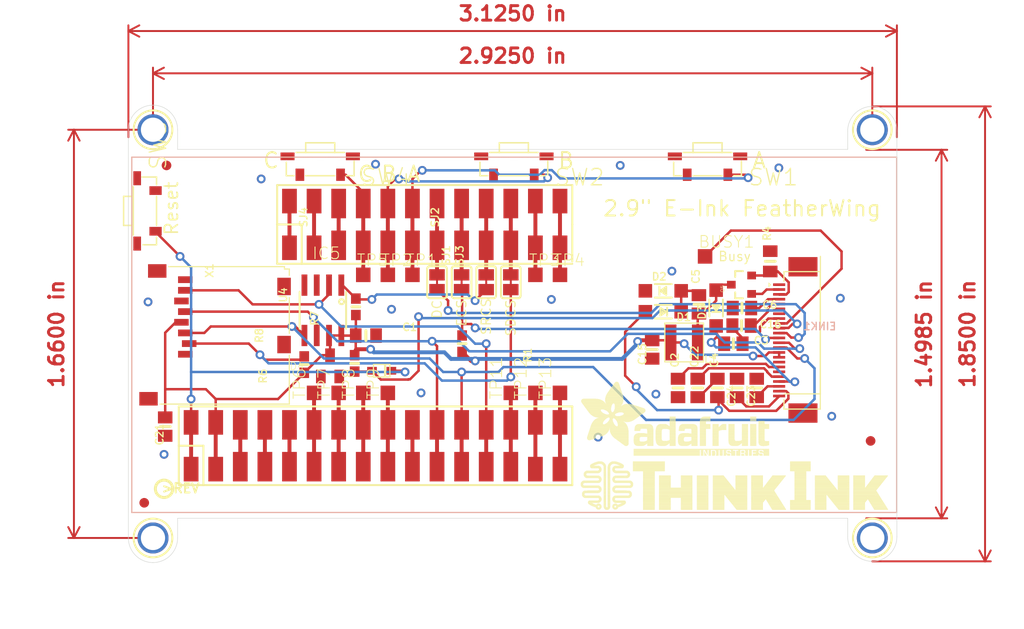
<source format=kicad_pcb>
(kicad_pcb (version 20171130) (host pcbnew "(5.1.10)-1")
  (layers (0 Top signal) (31 Bottom signal) (34 B.Paste user) (35 F.Paste user) (36 B.SilkS user) (37 F.SilkS user) (38 B.Mask user) (39 F.Mask user) (44 Edge.Cuts user))
  (net 0 "")
  (net 1 GND)
  (net 2 3.3V)
  (net 3 "Net-(C16-Pad2)")
  (net 4 /MOSI)
  (net 5 /SCLK)
  (net 6 "Net-(U4-Pad3)")
  (net 7 /SRAM_CS)
  (net 8 /MISO)
  (net 9 "Net-(X1-Pad1)")
  (net 10 /SD_CS)
  (net 11 "Net-(X1-Pad8)")
  (net 12 "Net-(X1-PadCD2)")
  (net 13 "Net-(X1-PadCD1)")
  (net 14 "Net-(C24-Pad2)")
  (net 15 /VGL)
  (net 16 "Net-(C23-Pad2)")
  (net 17 /VGH)
  (net 18 "Net-(C22-Pad2)")
  (net 19 "Net-(EINK1-Pad19)")
  (net 20 "Net-(C2-Pad2)")
  (net 21 /EINK_CS)
  (net 22 /DC)
  (net 23 /EINK_RESET)
  (net 24 /BUSY)
  (net 25 "Net-(EINK1-Pad7)")
  (net 26 "Net-(EINK1-Pad6)")
  (net 27 "Net-(C6-Pad2)")
  (net 28 /RESE)
  (net 29 /GDR)
  (net 30 "Net-(C5-Pad2)")
  (net 31 "Net-(C5-Pad1)")
  (net 32 "Net-(MS1-Pad17)")
  (net 33 "Net-(MS1-Pad18)")
  (net 34 "Net-(MS1-Pad19)")
  (net 35 "Net-(MS1-Pad20)")
  (net 36 "Net-(MS1-Pad21)")
  (net 37 "Net-(MS1-Pad22)")
  (net 38 "Net-(MS1-Pad23)")
  (net 39 "Net-(MS1-Pad24)")
  (net 40 "Net-(MS1-Pad25)")
  (net 41 "Net-(MS1-Pad26)")
  (net 42 "Net-(MS1-Pad27)")
  (net 43 "Net-(MS1-Pad28)")
  (net 44 "Net-(MS1-Pad16)")
  (net 45 "Net-(MS1-Pad15)")
  (net 46 "Net-(MS1-Pad14)")
  (net 47 "Net-(MS1-Pad10)")
  (net 48 "Net-(MS1-Pad9)")
  (net 49 "Net-(MS1-Pad8)")
  (net 50 "Net-(MS1-Pad7)")
  (net 51 "Net-(MS1-Pad6)")
  (net 52 "Net-(MS1-Pad5)")
  (net 53 "Net-(MS1-Pad3)")
  (net 54 /RESET)
  (module "Adafruit 2.9in eInk FeatherWing:MOUNTINGHOLE_2.5_PLATED" (layer Top) (at 185.648607 126.0856)
    (fp_text reference U$3 hide)
    (fp_text value MOUNTINGHOLE2.5 hide)
    (pad P$1 thru_hole circle (at 0 0) (size 3.2 3.2) (drill 2.5) (layers *.Cu *.Mask))
  )
  (module "Adafruit 2.9in eInk FeatherWing:MOUNTINGHOLE_2.5_PLATED" (layer Top) (at 111.353607 126.0856)
    (fp_text reference U$4 hide)
    (fp_text value MOUNTINGHOLE2.5 hide)
    (pad P$1 thru_hole circle (at 0 0) (size 3.2 3.2) (drill 2.5) (layers *.Cu *.Mask))
  )
  (module "Adafruit 2.9in eInk FeatherWing:MOUNTINGHOLE_2.5_PLATED" (layer Top) (at 185.648607 83.9216)
    (fp_text reference U$5 hide)
    (fp_text value MOUNTINGHOLE2.5 hide)
    (pad P$1 thru_hole circle (at 0 0) (size 3.2 3.2) (drill 2.5) (layers *.Cu *.Mask))
  )
  (module "Adafruit 2.9in eInk FeatherWing:MOUNTINGHOLE_2.5_PLATED" (layer Top) (at 111.353607 83.9216)
    (fp_text reference U$6 hide)
    (fp_text value MOUNTINGHOLE2.5 hide)
    (pad P$1 thru_hole circle (at 0 0) (size 3.2 3.2) (drill 2.5) (layers *.Cu *.Mask))
  )
  (module "Adafruit 2.9in eInk FeatherWing:FIDUCIAL_1MM" (layer Top) (at 185.473607 116.0596)
    (fp_text reference FID1 hide)
    (fp_text value FIDUCIAL_1MM hide)
    (pad 1 smd roundrect (at 0 0) (size 1 1) (layers Top F.Mask) (roundrect_rratio 0.5))
  )
  (module "Adafruit 2.9in eInk FeatherWing:FIDUCIAL_1MM" (layer Top) (at 110.449607 122.4506 90)
    (fp_text reference FID2 hide)
    (fp_text value FIDUCIAL_1MM hide)
    (pad 1 smd roundrect (at 0 0 90) (size 1 1) (layers Top F.Mask) (roundrect_rratio 0.5))
  )
  (module "Adafruit 2.9in eInk FeatherWing:0805-NO" (layer Top) (at 162.911607 106.6156 90)
    (fp_text reference C15 (at -1.694 -0.5635 90) (layer F.SilkS) (effects (font (size 0.77216 0.77216) (thickness 0.138988)) (justify left bottom)))
    (fp_text value 10uF/10V+)
    (pad 2 smd rect (at 0.95 0 90) (size 1.24 1.5) (layers Top F.Paste F.Mask) (net 2 3.3V))
    (pad 1 smd rect (at -0.95 0 90) (size 1.24 1.5) (layers Top F.Paste F.Mask) (net 1 GND))
  )
  (module "Adafruit 2.9in eInk FeatherWing:0805-NO" (layer Top) (at 172.147607 104.1506)
    (fp_text reference C16 (at 1.778 0.3175) (layer F.SilkS) (effects (font (size 0.77216 0.77216) (thickness 0.138988)) (justify left bottom)))
    (fp_text value 1uF)
    (pad 2 smd rect (at 0.95 0) (size 1.24 1.5) (layers Top F.Paste F.Mask) (net 3 "Net-(C16-Pad2)"))
    (pad 1 smd rect (at -0.95 0) (size 1.24 1.5) (layers Top F.Paste F.Mask) (net 1 GND))
  )
  (module "Adafruit 2.9in eInk FeatherWing:0805-NO" (layer Top) (at 112.613607 114.5806 270)
    (fp_text reference C21 (at 2.032 0.127 90) (layer F.SilkS) (effects (font (size 0.77216 0.77216) (thickness 0.138988)) (justify left bottom)))
    (fp_text value 10µF)
    (pad 2 smd rect (at 0.95 0 270) (size 1.24 1.5) (layers Top F.Paste F.Mask) (net 1 GND))
    (pad 1 smd rect (at -0.95 0 270) (size 1.24 1.5) (layers Top F.Paste F.Mask) (net 2 3.3V))
  )
  (module "Adafruit 2.9in eInk FeatherWing:SOIC8_150MIL" (layer Top) (at 128.900607 102.5706 180)
    (fp_text reference U4 (at 3.643 0.717 90) (layer F.SilkS) (effects (font (size 0.77216 0.77216) (thickness 0.138988)) (justify left bottom)))
    (fp_text value 23K256-I/SN)
    (pad 5 smd rect (at 1.905 -2.6 180) (size 0.6 2.2) (layers Top F.Paste F.Mask) (net 4 /MOSI))
    (pad 6 smd rect (at 0.635 -2.6 180) (size 0.6 2.2) (layers Top F.Paste F.Mask) (net 5 /SCLK))
    (pad 8 smd rect (at -1.905 -2.6 180) (size 0.6 2.2) (layers Top F.Paste F.Mask) (net 2 3.3V))
    (pad 4 smd rect (at 1.905 2.6 180) (size 0.6 2.2) (layers Top F.Paste F.Mask) (net 1 GND))
    (pad 3 smd rect (at 0.635 2.6 180) (size 0.6 2.2) (layers Top F.Paste F.Mask) (net 6 "Net-(U4-Pad3)"))
    (pad 1 smd rect (at -1.905 2.6 180) (size 0.6 2.2) (layers Top F.Paste F.Mask) (net 7 /SRAM_CS))
    (pad 7 smd rect (at -0.635 -2.6 180) (size 0.6 2.2) (layers Top F.Paste F.Mask) (net 2 3.3V))
    (pad 2 smd rect (at -0.635 2.6 180) (size 0.6 2.2) (layers Top F.Paste F.Mask) (net 8 /MISO))
  )
  (module "Adafruit 2.9in eInk FeatherWing:0805_10MGAP" (layer Top) (at 133.344607 105.1826)
    (fp_text reference C1 (at 3.678 -0.4215) (layer F.SilkS) (effects (font (size 0.77216 0.77216) (thickness 0.138988)) (justify left bottom)))
    (fp_text value 1uF)
    (pad 2 smd rect (at 1.05 0) (size 1.2 1.5) (layers Top F.Paste F.Mask) (net 1 GND))
    (pad 1 smd rect (at -1.05 0) (size 1.2 1.5) (layers Top F.Paste F.Mask) (net 2 3.3V))
  )
  (module "Adafruit 2.9in eInk FeatherWing:MICROSD" (layer Top) (at 125.332607 98.1066 270)
    (fp_text reference X1 (at 1.18 7.69 90) (layer F.SilkS) (effects (font (size 0.77216 0.77216) (thickness 0.138988)) (justify left bottom)))
    (fp_text value MICROSD)
    (pad 1 smd rect (at 9 10.64 270) (size 0.7 1.5) (layers Top F.Paste F.Mask) (net 9 "Net-(X1-Pad1)"))
    (pad 2 smd rect (at 7.9 10.24 270) (size 0.7 1.5) (layers Top F.Paste F.Mask) (net 10 /SD_CS))
    (pad 3 smd rect (at 6.8 10.64 270) (size 0.7 1.5) (layers Top F.Paste F.Mask) (net 4 /MOSI))
    (pad 4 smd rect (at 5.7 11.04 270) (size 0.7 1.5) (layers Top F.Paste F.Mask) (net 2 3.3V))
    (pad 5 smd rect (at 4.6 10.64 270) (size 0.7 1.5) (layers Top F.Paste F.Mask) (net 5 /SCLK))
    (pad 6 smd rect (at 3.5 11.04 270) (size 0.7 1.5) (layers Top F.Paste F.Mask) (net 1 GND))
    (pad 7 smd rect (at 2.4 10.64 270) (size 0.7 1.5) (layers Top F.Paste F.Mask) (net 8 /MISO))
    (pad 8 smd rect (at 1.3 10.64 270) (size 0.7 1.5) (layers Top F.Paste F.Mask) (net 11 "Net-(X1-Pad8)"))
    (pad CD2 smd rect (at 8 0.44) (size 1.4 1.8) (layers Top F.Paste F.Mask) (net 12 "Net-(X1-PadCD2)"))
    (pad CD1 smd rect (at 2 0.44) (size 1.4 1.8) (layers Top F.Paste F.Mask) (net 13 "Net-(X1-PadCD1)"))
    (pad MT2 smd rect (at 13.6 14.44 270) (size 1.4 1.9) (layers Top F.Paste F.Mask) (net 1 GND))
    (pad MT1 smd rect (at 0.4 13.54 270) (size 1.4 1.9) (layers Top F.Paste F.Mask) (net 1 GND))
  )
  (module "Adafruit 2.9in eInk FeatherWing:FIDUCIAL_1MM" (layer Top) (at 112.750607 87.6046)
    (fp_text reference FID3 hide)
    (fp_text value FIDUCIAL_1MM hide)
    (pad 1 smd roundrect (at 0 0) (size 1 1) (layers Top F.Mask) (roundrect_rratio 0.5))
  )
  (module "Adafruit 2.9in eInk FeatherWing:PCBFEAT-REV-040" (layer Top) (at 112.496607 121.0056)
    (fp_text reference U$9 hide)
    (fp_text value "" hide)
    (fp_text user >REV (at -0.3556 0.508) (layer F.SilkS) (effects (font (size 0.9652 0.9652) (thickness 0.2032)) (justify left bottom)))
  )
  (module "Adafruit 2.9in eInk FeatherWing:EINK_290IN" (layer Bottom) (at 178.536607 105.1306 180)
    (fp_text reference EINK1 (at 0.1 0.45) (layer B.SilkS) (effects (font (size 0.77216 0.77216) (thickness 0.138988)) (justify right bottom mirror)))
    (fp_text value EINK_24PIN_290IN)
    (pad 24 smd rect (at 2.51 -6.292 270) (size 0.275 1.25) (layers Top F.Paste F.Mask) (net 14 "Net-(C24-Pad2)"))
    (pad 23 smd rect (at 2.51 -5.792 270) (size 0.275 1.25) (layers Top F.Paste F.Mask) (net 15 /VGL))
    (pad 22 smd rect (at 2.51 -5.292 270) (size 0.275 1.25) (layers Top F.Paste F.Mask) (net 16 "Net-(C23-Pad2)"))
    (pad 21 smd rect (at 2.51 -4.792 270) (size 0.275 1.25) (layers Top F.Paste F.Mask) (net 17 /VGH))
    (pad 20 smd rect (at 2.51 -4.292 270) (size 0.275 1.25) (layers Top F.Paste F.Mask) (net 18 "Net-(C22-Pad2)"))
    (pad 19 smd rect (at 2.51 -3.792 270) (size 0.275 1.25) (layers Top F.Paste F.Mask) (net 19 "Net-(EINK1-Pad19)"))
    (pad 18 smd rect (at 2.51 -3.292 270) (size 0.275 1.25) (layers Top F.Paste F.Mask) (net 20 "Net-(C2-Pad2)"))
    (pad 17 smd rect (at 2.51 -2.792 270) (size 0.275 1.25) (layers Top F.Paste F.Mask) (net 1 GND))
    (pad 16 smd rect (at 2.51 -2.292 270) (size 0.275 1.25) (layers Top F.Paste F.Mask) (net 2 3.3V))
    (pad 15 smd rect (at 2.51 -1.792 270) (size 0.275 1.25) (layers Top F.Paste F.Mask) (net 2 3.3V))
    (pad 14 smd rect (at 2.51 -1.292 270) (size 0.275 1.25) (layers Top F.Paste F.Mask) (net 4 /MOSI))
    (pad 13 smd rect (at 2.51 -0.792 270) (size 0.275 1.25) (layers Top F.Paste F.Mask) (net 5 /SCLK))
    (pad 12 smd rect (at 2.51 -0.292 270) (size 0.275 1.25) (layers Top F.Paste F.Mask) (net 21 /EINK_CS))
    (pad 11 smd rect (at 2.51 0.208 270) (size 0.275 1.25) (layers Top F.Paste F.Mask) (net 22 /DC))
    (pad 10 smd rect (at 2.51 0.708 270) (size 0.275 1.25) (layers Top F.Paste F.Mask) (net 23 /EINK_RESET))
    (pad 9 smd rect (at 2.51 1.208 270) (size 0.275 1.25) (layers Top F.Paste F.Mask) (net 24 /BUSY))
    (pad 8 smd rect (at 2.51 1.708 270) (size 0.275 1.25) (layers Top F.Paste F.Mask) (net 1 GND))
    (pad 7 smd rect (at 2.51 2.208 270) (size 0.275 1.25) (layers Top F.Paste F.Mask) (net 25 "Net-(EINK1-Pad7)"))
    (pad 6 smd rect (at 2.51 2.708 270) (size 0.275 1.25) (layers Top F.Paste F.Mask) (net 26 "Net-(EINK1-Pad6)"))
    (pad 5 smd rect (at 2.51 3.208 270) (size 0.275 1.25) (layers Top F.Paste F.Mask) (net 3 "Net-(C16-Pad2)"))
    (pad 4 smd rect (at 2.51 3.708 270) (size 0.275 1.25) (layers Top F.Paste F.Mask) (net 27 "Net-(C6-Pad2)"))
    (pad 3 smd rect (at 2.51 4.208 270) (size 0.275 1.25) (layers Top F.Paste F.Mask) (net 28 /RESE))
    (pad 2 smd rect (at 2.51 4.708 270) (size 0.275 1.25) (layers Top F.Paste F.Mask) (net 29 /GDR))
    (pad 1 smd rect (at 2.51 5.208 270) (size 0.275 1.25) (layers Top F.Paste F.Mask))
    (pad SPRT2 smd rect (at 0.05 -8.052 180) (size 3 2) (layers Top F.Paste F.Mask))
    (pad SPRT1 smd rect (at 0.05 7.058 180) (size 3 2) (layers Top F.Paste F.Mask))
  )
  (module "Adafruit 2.9in eInk FeatherWing:0805-NO" (layer Top) (at 165.582607 110.5916 90)
    (fp_text reference C2 (at 2.032 0.127 90) (layer F.SilkS) (effects (font (size 0.77216 0.77216) (thickness 0.138988)) (justify left bottom)))
    (fp_text value 1uF/10V)
    (pad 2 smd rect (at 0.95 0 90) (size 1.24 1.5) (layers Top F.Paste F.Mask) (net 20 "Net-(C2-Pad2)"))
    (pad 1 smd rect (at -0.95 0 90) (size 1.24 1.5) (layers Top F.Paste F.Mask) (net 1 GND))
  )
  (module "Adafruit 2.9in eInk FeatherWing:0805-NO" (layer Top) (at 167.614607 110.5916 90)
    (fp_text reference C22 (at 2.032 0.127 90) (layer F.SilkS) (effects (font (size 0.77216 0.77216) (thickness 0.138988)) (justify left bottom)))
    (fp_text value 1uF/25V)
    (pad 2 smd rect (at 0.95 0 90) (size 1.24 1.5) (layers Top F.Paste F.Mask) (net 18 "Net-(C22-Pad2)"))
    (pad 1 smd rect (at -0.95 0 90) (size 1.24 1.5) (layers Top F.Paste F.Mask) (net 1 GND))
  )
  (module "Adafruit 2.9in eInk FeatherWing:0805-NO" (layer Top) (at 173.710607 110.5916 270)
    (fp_text reference C23 (at 2.032 0.127 90) (layer F.SilkS) (effects (font (size 0.77216 0.77216) (thickness 0.138988)) (justify left bottom)))
    (fp_text value 1uF/25V)
    (pad 2 smd rect (at 0.95 0 270) (size 1.24 1.5) (layers Top F.Paste F.Mask) (net 16 "Net-(C23-Pad2)"))
    (pad 1 smd rect (at -0.95 0 270) (size 1.24 1.5) (layers Top F.Paste F.Mask) (net 1 GND))
  )
  (module "Adafruit 2.9in eInk FeatherWing:0805-NO" (layer Top) (at 171.678607 110.5916 270)
    (fp_text reference C24 (at 2.032 0.127 90) (layer F.SilkS) (effects (font (size 0.77216 0.77216) (thickness 0.138988)) (justify left bottom)))
    (fp_text value 1uF)
    (pad 2 smd rect (at 0.95 0 270) (size 1.24 1.5) (layers Top F.Paste F.Mask) (net 14 "Net-(C24-Pad2)"))
    (pad 1 smd rect (at -0.95 0 270) (size 1.24 1.5) (layers Top F.Paste F.Mask) (net 1 GND))
  )
  (module "Adafruit 2.9in eInk FeatherWing:0805-NO" (layer Top) (at 171.297607 106.0196)
    (fp_text reference C3 (at 2.032 0.127) (layer F.SilkS) (effects (font (size 0.77216 0.77216) (thickness 0.138988)) (justify left bottom)))
    (fp_text value 1uF/25V)
    (pad 2 smd rect (at 0.95 0) (size 1.24 1.5) (layers Top F.Paste F.Mask) (net 1 GND))
    (pad 1 smd rect (at -0.95 0) (size 1.24 1.5) (layers Top F.Paste F.Mask) (net 17 /VGH))
  )
  (module "Adafruit 2.9in eInk FeatherWing:0805-NO" (layer Top) (at 169.646607 110.5916 90)
    (fp_text reference C4 (at 2.032 0.127 90) (layer F.SilkS) (effects (font (size 0.77216 0.77216) (thickness 0.138988)) (justify left bottom)))
    (fp_text value 1uF/25V)
    (pad 2 smd rect (at 0.95 0 90) (size 1.24 1.5) (layers Top F.Paste F.Mask) (net 1 GND))
    (pad 1 smd rect (at -0.95 0 90) (size 1.24 1.5) (layers Top F.Paste F.Mask) (net 15 /VGL))
  )
  (module "Adafruit 2.9in eInk FeatherWing:SOD-123" (layer Top) (at 164.058607 100.5586)
    (fp_text reference D2 (at -1.27 -1.016) (layer F.SilkS) (effects (font (size 0.77216 0.77216) (thickness 0.138988)) (justify left bottom)))
    (fp_text value MBR0530)
    (pad A smd rect (at 1.85 0 90) (size 1.4 1.4) (layers Top F.Paste F.Mask) (net 30 "Net-(C5-Pad2)"))
    (pad C smd rect (at -1.85 0 90) (size 1.4 1.4) (layers Top F.Paste F.Mask) (net 1 GND))
  )
  (module "Adafruit 2.9in eInk FeatherWing:SOD-123" (layer Top) (at 164.058607 102.7176 180)
    (fp_text reference D1 (at -1.27 -1.016) (layer F.SilkS) (effects (font (size 0.77216 0.77216) (thickness 0.138988)) (justify left bottom)))
    (fp_text value MBR0530)
    (pad A smd rect (at 1.85 0 270) (size 1.4 1.4) (layers Top F.Paste F.Mask) (net 15 /VGL))
    (pad C smd rect (at -1.85 0 270) (size 1.4 1.4) (layers Top F.Paste F.Mask) (net 30 "Net-(C5-Pad2)"))
  )
  (module "Adafruit 2.9in eInk FeatherWing:0805-NO" (layer Top) (at 167.741607 101.9556 90)
    (fp_text reference C5 (at 2.032 0.127 90) (layer F.SilkS) (effects (font (size 0.77216 0.77216) (thickness 0.138988)) (justify left bottom)))
    (fp_text value 10uF/25V)
    (pad 2 smd rect (at 0.95 0 90) (size 1.24 1.5) (layers Top F.Paste F.Mask) (net 30 "Net-(C5-Pad2)"))
    (pad 1 smd rect (at -0.95 0 90) (size 1.24 1.5) (layers Top F.Paste F.Mask) (net 31 "Net-(C5-Pad1)"))
  )
  (module "Adafruit 2.9in eInk FeatherWing:SOD-123" (layer Top) (at 169.519607 102.3366 90)
    (fp_text reference D3 (at -1.27 -1.016 90) (layer F.SilkS) (effects (font (size 0.77216 0.77216) (thickness 0.138988)) (justify left bottom)))
    (fp_text value MBR0530)
    (pad A smd rect (at 1.85 0 180) (size 1.4 1.4) (layers Top F.Paste F.Mask) (net 31 "Net-(C5-Pad1)"))
    (pad C smd rect (at -1.85 0 180) (size 1.4 1.4) (layers Top F.Paste F.Mask) (net 17 /VGH))
  )
  (module "Adafruit 2.9in eInk FeatherWing:INDUCTOR_4X4MM_NR401" (layer Top) (at 166.217607 105.8926 180)
    (fp_text reference L1 (at -2 -2.2) (layer F.SilkS) (effects (font (size 0.77216 0.77216) (thickness 0.092659)) (justify left bottom)))
    (fp_text value 10uH)
    (pad P$2 smd rect (at 1.4 0 180) (size 1.2 3.7) (layers Top F.Paste F.Mask) (net 2 3.3V))
    (pad P$1 smd rect (at -1.4 0 180) (size 1.2 3.7) (layers Top F.Paste F.Mask) (net 31 "Net-(C5-Pad1)"))
  )
  (module "Adafruit 2.9in eInk FeatherWing:0805_10MGAP" (layer Top) (at 175.107607 97.5106 90)
    (fp_text reference R4 (at 2.032 0.127 90) (layer F.SilkS) (effects (font (size 0.77216 0.77216) (thickness 0.138988)) (justify left bottom)))
    (fp_text value .47ohm)
    (pad 2 smd rect (at 1.05 0 90) (size 1.2 1.5) (layers Top F.Paste F.Mask) (net 1 GND))
    (pad 1 smd rect (at -1.05 0 90) (size 1.2 1.5) (layers Top F.Paste F.Mask) (net 28 /RESE))
  )
  (module "Adafruit 2.9in eInk FeatherWing:SOT23-3" (layer Top) (at 172.186607 99.9236 90)
    (fp_text reference Q5 (at -0.8255 -1.778 90) (layer F.SilkS) (effects (font (size 0.38608 0.38608) (thickness 0.030886)) (justify left bottom)))
    (fp_text value IRLML0100)
    (pad 3 smd rect (at 0 -1.1 90) (size 0.8 0.9) (layers Top F.Paste F.Mask) (net 31 "Net-(C5-Pad1)"))
    (pad 2 smd rect (at 0.95 1 90) (size 0.8 0.9) (layers Top F.Paste F.Mask) (net 28 /RESE))
    (pad 1 smd rect (at -0.95 1 90) (size 0.8 0.9) (layers Top F.Paste F.Mask) (net 29 /GDR))
  )
  (module "Adafruit 2.9in eInk FeatherWing:0805-NO" (layer Top) (at 172.186607 102.3366)
    (fp_text reference C6 (at 2.032 0.127) (layer F.SilkS) (effects (font (size 0.77216 0.77216) (thickness 0.138988)) (justify left bottom)))
    (fp_text value 1uF/10V)
    (pad 2 smd rect (at 0.95 0) (size 1.24 1.5) (layers Top F.Paste F.Mask) (net 27 "Net-(C6-Pad2)"))
    (pad 1 smd rect (at -0.95 0) (size 1.24 1.5) (layers Top F.Paste F.Mask) (net 1 GND))
  )
  (module "Adafruit 2.9in eInk FeatherWing:FEATHERWING_SMT_NOHOLES" (layer Top) (at 108.940607 116.5606)
    (fp_text reference MS1 hide)
    (fp_text value FEATHERWING_SMTDUALNOHOLES hide)
    (pad 17B smd rect (at 44.45 -25.273 270) (size 2.54 1.524) (layers Top F.Paste F.Mask) (net 32 "Net-(MS1-Pad17)"))
    (pad 17 smd rect (at 44.45 -20.447 90) (size 2.54 1.524) (layers Top F.Paste F.Mask) (net 32 "Net-(MS1-Pad17)"))
    (pad 18B smd rect (at 41.91 -25.273 270) (size 2.54 1.524) (layers Top F.Paste F.Mask) (net 33 "Net-(MS1-Pad18)"))
    (pad 18 smd rect (at 41.91 -20.447 90) (size 2.54 1.524) (layers Top F.Paste F.Mask) (net 33 "Net-(MS1-Pad18)"))
    (pad 19B smd rect (at 39.37 -25.019 270) (size 3.048 1.524) (layers Top F.Paste F.Mask) (net 34 "Net-(MS1-Pad19)"))
    (pad 19 smd rect (at 39.37 -20.701 90) (size 3.048 1.524) (layers Top F.Paste F.Mask) (net 34 "Net-(MS1-Pad19)"))
    (pad 20B smd rect (at 36.83 -25.019 270) (size 3.048 1.524) (layers Top F.Paste F.Mask) (net 35 "Net-(MS1-Pad20)"))
    (pad 20 smd rect (at 36.83 -20.701 90) (size 3.048 1.524) (layers Top F.Paste F.Mask) (net 35 "Net-(MS1-Pad20)"))
    (pad 21B smd rect (at 34.29 -25.019 270) (size 3.048 1.524) (layers Top F.Paste F.Mask) (net 36 "Net-(MS1-Pad21)"))
    (pad 21 smd rect (at 34.29 -20.701 90) (size 3.048 1.524) (layers Top F.Paste F.Mask) (net 36 "Net-(MS1-Pad21)"))
    (pad 22B smd rect (at 31.75 -25.019 270) (size 3.048 1.524) (layers Top F.Paste F.Mask) (net 37 "Net-(MS1-Pad22)"))
    (pad 22 smd rect (at 31.75 -20.701 90) (size 3.048 1.524) (layers Top F.Paste F.Mask) (net 37 "Net-(MS1-Pad22)"))
    (pad 23B smd rect (at 29.21 -25.019 270) (size 3.048 1.524) (layers Top F.Paste F.Mask) (net 38 "Net-(MS1-Pad23)"))
    (pad 23 smd rect (at 29.21 -20.701 90) (size 3.048 1.524) (layers Top F.Paste F.Mask) (net 38 "Net-(MS1-Pad23)"))
    (pad 24B smd rect (at 26.67 -25.019 270) (size 3.048 1.524) (layers Top F.Paste F.Mask) (net 39 "Net-(MS1-Pad24)"))
    (pad 24 smd rect (at 26.67 -20.701 90) (size 3.048 1.524) (layers Top F.Paste F.Mask) (net 39 "Net-(MS1-Pad24)"))
    (pad 25B smd rect (at 24.13 -25.019 270) (size 3.048 1.524) (layers Top F.Paste F.Mask) (net 40 "Net-(MS1-Pad25)"))
    (pad 25 smd rect (at 24.13 -20.701 90) (size 3.048 1.524) (layers Top F.Paste F.Mask) (net 40 "Net-(MS1-Pad25)"))
    (pad 26B smd rect (at 21.59 -25.019 270) (size 3.048 1.524) (layers Top F.Paste F.Mask) (net 41 "Net-(MS1-Pad26)"))
    (pad 26 smd rect (at 21.59 -20.701 90) (size 3.048 1.524) (layers Top F.Paste F.Mask) (net 41 "Net-(MS1-Pad26)"))
    (pad 27 smd rect (at 19.05 -20.447 90) (size 2.54 1.524) (layers Top F.Paste F.Mask) (net 42 "Net-(MS1-Pad27)"))
    (pad 27B smd rect (at 19.05 -25.273 270) (size 2.54 1.524) (layers Top F.Paste F.Mask) (net 42 "Net-(MS1-Pad27)"))
    (pad 28 smd rect (at 16.51 -20.447 90) (size 2.54 1.524) (layers Top F.Paste F.Mask) (net 43 "Net-(MS1-Pad28)"))
    (pad 28B smd rect (at 16.51 -25.273 90) (size 2.54 1.524) (layers Top F.Paste F.Mask) (net 43 "Net-(MS1-Pad28)"))
    (pad 16 smd rect (at 44.45 -2.413 270) (size 2.54 1.524) (layers Top F.Paste F.Mask) (net 44 "Net-(MS1-Pad16)"))
    (pad 16B smd rect (at 44.45 2.413 90) (size 2.54 1.524) (layers Top F.Paste F.Mask) (net 44 "Net-(MS1-Pad16)"))
    (pad 15 smd rect (at 41.91 -2.413 270) (size 2.54 1.524) (layers Top F.Paste F.Mask) (net 45 "Net-(MS1-Pad15)"))
    (pad 15B smd rect (at 41.91 2.413 90) (size 2.54 1.524) (layers Top F.Paste F.Mask) (net 45 "Net-(MS1-Pad15)"))
    (pad 14 smd rect (at 39.37 -2.159 270) (size 3.048 1.524) (layers Top F.Paste F.Mask) (net 46 "Net-(MS1-Pad14)"))
    (pad 14B smd rect (at 39.37 2.159 90) (size 3.048 1.524) (layers Top F.Paste F.Mask) (net 46 "Net-(MS1-Pad14)"))
    (pad 13 smd rect (at 36.83 -2.159 270) (size 3.048 1.524) (layers Top F.Paste F.Mask) (net 8 /MISO))
    (pad 13B smd rect (at 36.83 2.159 90) (size 3.048 1.524) (layers Top F.Paste F.Mask) (net 8 /MISO))
    (pad 12 smd rect (at 34.29 -2.159 270) (size 3.048 1.524) (layers Top F.Paste F.Mask) (net 4 /MOSI))
    (pad 12B smd rect (at 34.29 2.159 90) (size 3.048 1.524) (layers Top F.Paste F.Mask) (net 4 /MOSI))
    (pad 11 smd rect (at 31.75 -2.159 270) (size 3.048 1.524) (layers Top F.Paste F.Mask) (net 5 /SCLK))
    (pad 11B smd rect (at 31.75 2.159 90) (size 3.048 1.524) (layers Top F.Paste F.Mask) (net 5 /SCLK))
    (pad 10 smd rect (at 29.21 -2.159 270) (size 3.048 1.524) (layers Top F.Paste F.Mask) (net 47 "Net-(MS1-Pad10)"))
    (pad 10B smd rect (at 29.21 2.159 90) (size 3.048 1.524) (layers Top F.Paste F.Mask) (net 47 "Net-(MS1-Pad10)"))
    (pad 9 smd rect (at 26.67 -2.159 270) (size 3.048 1.524) (layers Top F.Paste F.Mask) (net 48 "Net-(MS1-Pad9)"))
    (pad 9B smd rect (at 26.67 2.159 90) (size 3.048 1.524) (layers Top F.Paste F.Mask) (net 48 "Net-(MS1-Pad9)"))
    (pad 8 smd rect (at 24.13 -2.159 270) (size 3.048 1.524) (layers Top F.Paste F.Mask) (net 49 "Net-(MS1-Pad8)"))
    (pad 8B smd rect (at 24.13 2.159 90) (size 3.048 1.524) (layers Top F.Paste F.Mask) (net 49 "Net-(MS1-Pad8)"))
    (pad 7 smd rect (at 21.59 -2.159 270) (size 3.048 1.524) (layers Top F.Paste F.Mask) (net 50 "Net-(MS1-Pad7)"))
    (pad 7B smd rect (at 21.59 2.159 90) (size 3.048 1.524) (layers Top F.Paste F.Mask) (net 50 "Net-(MS1-Pad7)"))
    (pad 6 smd rect (at 19.05 -2.159 270) (size 3.048 1.524) (layers Top F.Paste F.Mask) (net 51 "Net-(MS1-Pad6)"))
    (pad 6B smd rect (at 19.05 2.159 90) (size 3.048 1.524) (layers Top F.Paste F.Mask) (net 51 "Net-(MS1-Pad6)"))
    (pad 5 smd rect (at 16.51 -2.159 270) (size 3.048 1.524) (layers Top F.Paste F.Mask) (net 52 "Net-(MS1-Pad5)"))
    (pad 5B smd rect (at 16.51 2.159 90) (size 3.048 1.524) (layers Top F.Paste F.Mask) (net 52 "Net-(MS1-Pad5)"))
    (pad 4 smd rect (at 13.97 -2.159 270) (size 3.048 1.524) (layers Top F.Paste F.Mask) (net 1 GND))
    (pad 4B smd rect (at 13.97 2.159 90) (size 3.048 1.524) (layers Top F.Paste F.Mask) (net 1 GND))
    (pad 3 smd rect (at 11.43 -2.159 270) (size 3.048 1.524) (layers Top F.Paste F.Mask) (net 53 "Net-(MS1-Pad3)"))
    (pad 3B smd rect (at 11.43 2.159 90) (size 3.048 1.524) (layers Top F.Paste F.Mask) (net 53 "Net-(MS1-Pad3)"))
    (pad 2B smd rect (at 8.89 2.413 90) (size 2.54 1.524) (layers Top F.Paste F.Mask) (net 2 3.3V))
    (pad 2 smd rect (at 8.89 -2.413 270) (size 2.54 1.524) (layers Top F.Paste F.Mask) (net 2 3.3V))
    (pad 1B smd rect (at 6.35 2.413 90) (size 2.54 1.524) (layers Top F.Paste F.Mask) (net 54 /RESET))
    (pad 1 smd rect (at 6.35 -2.413 90) (size 2.54 1.524) (layers Top F.Paste F.Mask) (net 54 /RESET))
  )
  (module "Adafruit 2.9in eInk FeatherWing:SOT23" (layer Top) (at 129.641607 108.3056)
    (fp_text reference IC5 (at -1.905 -10.922) (layer F.SilkS) (effects (font (size 1.2065 1.2065) (thickness 0.09652)) (justify left bottom)))
    (fp_text value AXP803)
    (pad 1 smd rect (at -0.95 1.1) (size 1 1.4) (layers Top F.Paste F.Mask) (net 1 GND))
    (pad 2 smd rect (at 0.95 1.1) (size 1 1.4) (layers Top F.Paste F.Mask) (net 23 /EINK_RESET))
    (pad 3 smd rect (at 0 -1.1) (size 1 1.4) (layers Top F.Paste F.Mask) (net 2 3.3V))
  )
  (module "Adafruit 2.9in eInk FeatherWing:0603-NO" (layer Top) (at 132.181607 108.0516 90)
    (fp_text reference R8 (at 2.032 -9.398 90) (layer F.SilkS) (effects (font (size 0.77216 0.77216) (thickness 0.138988)) (justify left bottom)))
    (fp_text value 100K)
    (pad 2 smd rect (at 0.85 0 90) (size 1.075 1) (layers Top F.Paste F.Mask) (net 2 3.3V))
    (pad 1 smd rect (at -0.85 0 90) (size 1.075 1) (layers Top F.Paste F.Mask) (net 23 /EINK_RESET))
  )
  (module "Adafruit 2.9in eInk FeatherWing:SOD-323F" (layer Top) (at 134.975607 108.8136)
    (fp_text reference D4 (at -9.547 -0.011) (layer F.SilkS) (effects (font (size 0.77216 0.77216) (thickness 0.061772)) (justify left bottom)))
    (fp_text value 1N4148)
    (pad C smd rect (at 1 0) (size 1 0.8) (layers Top F.Paste F.Mask) (net 54 /RESET))
    (pad A smd rect (at -1 0) (size 1 0.8) (layers Top F.Paste F.Mask) (net 23 /EINK_RESET))
  )
  (module "Adafruit 2.9in eInk FeatherWing:0603-NO" (layer Top) (at 143.281407 106.0196 270)
    (fp_text reference R1 (at 2.032 -7.239 90) (layer F.SilkS) (effects (font (size 0.77216 0.77216) (thickness 0.138988)) (justify left bottom)))
    (fp_text value 100K)
    (pad 2 smd rect (at 0.85 0 270) (size 1.075 1) (layers Top F.Paste F.Mask) (net 2 3.3V))
    (pad 1 smd rect (at -0.85 0 270) (size 1.075 1) (layers Top F.Paste F.Mask) (net 21 /EINK_CS))
  )
  (module "Adafruit 2.9in eInk FeatherWing:SOLDERJUMPER_CLOSEDWIRE" (layer Top) (at 143.230607 99.6696 270)
    (fp_text reference SJ1 (at -1.651 1.143 90) (layer F.SilkS) (effects (font (size 0.77216 0.77216) (thickness 0.138988)) (justify left bottom)))
    (fp_text value SOLDERJUMPER_CLOSED)
    (pad WIRE smd rect (at 0 0 90) (size 0.635 0.2032) (layers Top F.Mask))
    (pad 2 smd rect (at 0.762 0 270) (size 1.1684 1.6002) (layers Top F.Mask) (net 21 /EINK_CS))
    (pad 1 smd rect (at -0.762 0 270) (size 1.1684 1.6002) (layers Top F.Mask) (net 36 "Net-(MS1-Pad21)"))
  )
  (module "Adafruit 2.9in eInk FeatherWing:SOLDERJUMPER_CLOSEDWIRE" (layer Top) (at 145.770607 99.6696 270)
    (fp_text reference SJ2 (at -5.588 4.826 90) (layer F.SilkS) (effects (font (size 0.77216 0.77216) (thickness 0.138988)) (justify left bottom)))
    (fp_text value SOLDERJUMPER_CLOSED)
    (pad WIRE smd rect (at 0 0 90) (size 0.635 0.2032) (layers Top F.Mask))
    (pad 2 smd rect (at 0.762 0 270) (size 1.1684 1.6002) (layers Top F.Mask) (net 7 /SRAM_CS))
    (pad 1 smd rect (at -0.762 0 270) (size 1.1684 1.6002) (layers Top F.Mask) (net 35 "Net-(MS1-Pad20)"))
  )
  (module "Adafruit 2.9in eInk FeatherWing:SOLDERJUMPER_CLOSEDWIRE" (layer Top) (at 148.310607 99.6696 270)
    (fp_text reference SJ3 (at -1.651 4.826 90) (layer F.SilkS) (effects (font (size 0.77216 0.77216) (thickness 0.138988)) (justify left bottom)))
    (fp_text value SOLDERJUMPER_CLOSED)
    (pad WIRE smd rect (at 0 0 90) (size 0.635 0.2032) (layers Top F.Mask))
    (pad 2 smd rect (at 0.762 0 270) (size 1.1684 1.6002) (layers Top F.Mask) (net 10 /SD_CS))
    (pad 1 smd rect (at -0.762 0 270) (size 1.1684 1.6002) (layers Top F.Mask) (net 34 "Net-(MS1-Pad19)"))
  )
  (module "Adafruit 2.9in eInk FeatherWing:0603-NO" (layer Top) (at 126.974607 108.1786 270)
    (fp_text reference R6 (at 2.032 3.81 90) (layer F.SilkS) (effects (font (size 0.77216 0.77216) (thickness 0.138988)) (justify left bottom)))
    (fp_text value 100K)
    (pad 2 smd rect (at 0.85 0 270) (size 1.075 1) (layers Top F.Paste F.Mask) (net 2 3.3V))
    (pad 1 smd rect (at -0.85 0 270) (size 1.075 1) (layers Top F.Paste F.Mask) (net 10 /SD_CS))
  )
  (module "Adafruit 2.9in eInk FeatherWing:0603-NO" (layer Top) (at 132.308607 102.2096 270)
    (fp_text reference R7 (at 2.032 3.81 90) (layer F.SilkS) (effects (font (size 0.77216 0.77216) (thickness 0.138988)) (justify left bottom)))
    (fp_text value 100K)
    (pad 2 smd rect (at 0.85 0 270) (size 1.075 1) (layers Top F.Paste F.Mask) (net 2 3.3V))
    (pad 1 smd rect (at -0.85 0 270) (size 1.075 1) (layers Top F.Paste F.Mask) (net 7 /SRAM_CS))
  )
  (module "Adafruit 2.9in eInk FeatherWing:SOLDERJUMPER_CLOSEDWIRE" (layer Top) (at 140.690607 99.6696 270)
    (fp_text reference SJ4 (at -5.588 13.335 90) (layer F.SilkS) (effects (font (size 0.77216 0.77216) (thickness 0.138988)) (justify left bottom)))
    (fp_text value SOLDERJUMPER_CLOSED)
    (pad WIRE smd rect (at 0 0 90) (size 0.635 0.2032) (layers Top F.Mask))
    (pad 2 smd rect (at 0.762 0 270) (size 1.1684 1.6002) (layers Top F.Mask) (net 22 /DC))
    (pad 1 smd rect (at -0.762 0 270) (size 1.1684 1.6002) (layers Top F.Mask) (net 37 "Net-(MS1-Pad22)"))
  )
  (module "Adafruit 2.9in eInk FeatherWing:TP15SQ" (layer Top) (at 150.850607 98.9076)
    (fp_text reference TP3 (at -0.7501 -0.8001) (layer F.SilkS) (effects (font (size 1.2065 1.2065) (thickness 0.09652)) (justify left bottom)))
    (fp_text value TPTP15SQ)
    (pad TP smd rect (at 0 0) (size 1.5 1.5) (layers Top F.Mask) (net 33 "Net-(MS1-Pad18)"))
  )
  (module "Adafruit 2.9in eInk FeatherWing:TP15SQ" (layer Top) (at 153.390607 98.9076)
    (fp_text reference TP4 (at -0.7501 -0.8001) (layer F.SilkS) (effects (font (size 1.2065 1.2065) (thickness 0.09652)) (justify left bottom)))
    (fp_text value TPTP15SQ)
    (pad TP smd rect (at 0 0) (size 1.5 1.5) (layers Top F.Mask) (net 32 "Net-(MS1-Pad17)"))
  )
  (module "Adafruit 2.9in eInk FeatherWing:TP15SQ" (layer Top) (at 138.150607 98.9076)
    (fp_text reference TP1 (at -0.7501 -0.8001) (layer F.SilkS) (effects (font (size 1.2065 1.2065) (thickness 0.09652)) (justify left bottom)))
    (fp_text value TPTP15SQ)
    (pad TP smd rect (at 0 0) (size 1.5 1.5) (layers Top F.Mask) (net 38 "Net-(MS1-Pad23)"))
  )
  (module "Adafruit 2.9in eInk FeatherWing:TP15SQ" (layer Top) (at 135.610607 98.9076)
    (fp_text reference TP2 (at -0.7501 -0.8001) (layer F.SilkS) (effects (font (size 1.2065 1.2065) (thickness 0.09652)) (justify left bottom)))
    (fp_text value TPTP15SQ)
    (pad TP smd rect (at 0 0) (size 1.5 1.5) (layers Top F.Mask) (net 39 "Net-(MS1-Pad24)"))
  )
  (module "Adafruit 2.9in eInk FeatherWing:TP15SQ" (layer Top) (at 133.070607 98.9076)
    (fp_text reference TP5 (at -0.7501 -0.8001) (layer F.SilkS) (effects (font (size 1.2065 1.2065) (thickness 0.09652)) (justify left bottom)))
    (fp_text value TPTP15SQ)
    (pad TP smd rect (at 0 0) (size 1.5 1.5) (layers Top F.Mask) (net 40 "Net-(MS1-Pad25)"))
  )
  (module "Adafruit 2.9in eInk FeatherWing:TP15SQ" (layer Top) (at 127.990607 111.0996 90)
    (fp_text reference TP6 (at -0.7501 -0.8001 90) (layer F.SilkS) (effects (font (size 1.2065 1.2065) (thickness 0.09652)) (justify left bottom)))
    (fp_text value TPTP15SQ)
    (pad TP smd rect (at 0 0 90) (size 1.5 1.5) (layers Top F.Mask) (net 51 "Net-(MS1-Pad6)"))
  )
  (module "Adafruit 2.9in eInk FeatherWing:TP15SQ" (layer Top) (at 130.530607 111.0996 90)
    (fp_text reference TP7 (at -0.7501 -0.8001 90) (layer F.SilkS) (effects (font (size 1.2065 1.2065) (thickness 0.09652)) (justify left bottom)))
    (fp_text value TPTP15SQ)
    (pad TP smd rect (at 0 0 90) (size 1.5 1.5) (layers Top F.Mask) (net 50 "Net-(MS1-Pad7)"))
  )
  (module "Adafruit 2.9in eInk FeatherWing:TP15SQ" (layer Top) (at 133.070607 111.0996 90)
    (fp_text reference TP8 (at -0.7501 -0.8001 90) (layer F.SilkS) (effects (font (size 1.2065 1.2065) (thickness 0.09652)) (justify left bottom)))
    (fp_text value TPTP15SQ)
    (pad TP smd rect (at 0 0 90) (size 1.5 1.5) (layers Top F.Mask) (net 49 "Net-(MS1-Pad8)"))
  )
  (module "Adafruit 2.9in eInk FeatherWing:TP15SQ" (layer Top) (at 135.610607 111.0996 90)
    (fp_text reference TP9 (at -0.7501 -0.8001 90) (layer F.SilkS) (effects (font (size 1.2065 1.2065) (thickness 0.09652)) (justify left bottom)))
    (fp_text value TPTP15SQ)
    (pad TP smd rect (at 0 0 90) (size 1.5 1.5) (layers Top F.Mask) (net 48 "Net-(MS1-Pad9)"))
  )
  (module "Adafruit 2.9in eInk FeatherWing:TP15SQ" (layer Top) (at 148.310607 111.0996 90)
    (fp_text reference TP11 (at -0.7501 -0.8001 90) (layer F.SilkS) (effects (font (size 1.2065 1.2065) (thickness 0.09652)) (justify left bottom)))
    (fp_text value TPTP15SQ)
    (pad TP smd rect (at 0 0 90) (size 1.5 1.5) (layers Top F.Mask) (net 46 "Net-(MS1-Pad14)"))
  )
  (module "Adafruit 2.9in eInk FeatherWing:TP15SQ" (layer Top) (at 150.850607 111.0996 90)
    (fp_text reference TP12 (at -0.7501 -0.8001 90) (layer F.SilkS) (effects (font (size 1.2065 1.2065) (thickness 0.09652)) (justify left bottom)))
    (fp_text value TPTP15SQ)
    (pad TP smd rect (at 0 0 90) (size 1.5 1.5) (layers Top F.Mask) (net 45 "Net-(MS1-Pad15)"))
  )
  (module "Adafruit 2.9in eInk FeatherWing:TP15SQ" (layer Top) (at 153.390607 111.0996 90)
    (fp_text reference TP13 (at -0.7501 -0.8001 90) (layer F.SilkS) (effects (font (size 1.2065 1.2065) (thickness 0.09652)) (justify left bottom)))
    (fp_text value TPTP15SQ)
    (pad TP smd rect (at 0 0 90) (size 1.5 1.5) (layers Top F.Mask) (net 44 "Net-(MS1-Pad16)"))
  )
  (module "Adafruit 2.9in eInk FeatherWing:TP15SQ" (layer Top) (at 168.376607 97.0026)
    (fp_text reference BUSY1 (at -0.7501 -0.8001) (layer F.SilkS) (effects (font (size 1.2065 1.2065) (thickness 0.09652)) (justify left bottom)))
    (fp_text value TPTP15SQ)
    (pad TP smd rect (at 0 0) (size 1.5 1.5) (layers Top F.Mask) (net 24 /BUSY))
  )
  (module "Adafruit 2.9in eInk FeatherWing:THINKINK_1.25IN" (layer Top) (at 155.549607 123.1646)
    (fp_text reference U$8 hide)
    (fp_text value "" hide)
  )
  (module "Adafruit 2.9in eInk FeatherWing:ADAFRUIT_TEXT_20MM" (layer Top) (at 155.422607 117.5766)
    (fp_text reference U$17 hide)
    (fp_text value "" hide)
  )
  (module "Adafruit 2.9in eInk FeatherWing:SPST_TACTILE_RA" (layer Top) (at 148.628107 87.6681 180)
    (fp_text reference SW2 (at -4.131 -2.149) (layer F.SilkS) (effects (font (size 1.6891 1.6891) (thickness 0.135128)) (justify left bottom)))
    (fp_text value SWITCH_SPST_TACT_RA hide)
    (pad "" np_thru_hole circle (at 1.15 0.3 180) (size 1 1) (drill 1) (layers *.Cu *.Mask))
    (pad "" np_thru_hole circle (at -1.15 0.3 180) (size 1 1) (drill 1) (layers *.Cu *.Mask))
    (pad MT2 smd rect (at 3.375 1) (size 1.45 0.8) (layers Top F.Paste F.Mask) (net 1 GND))
    (pad MT1 smd rect (at -3.375 1) (size 1.45 0.8) (layers Top F.Paste F.Mask) (net 1 GND))
    (pad 2 smd rect (at 2.1 -0.9 270) (size 1.27 0.9) (layers Top F.Paste F.Mask) (net 1 GND))
    (pad 1 smd rect (at -2.1 -0.9 270) (size 1.27 0.9) (layers Top F.Paste F.Mask) (net 39 "Net-(MS1-Pad24)"))
  )
  (module "Adafruit 2.9in eInk FeatherWing:SPST_TACTILE_RA" (layer Top) (at 110.718607 92.3036 270)
    (fp_text reference SW3 (at -4.131 -2.149 90) (layer F.SilkS) (effects (font (size 1.6891 1.6891) (thickness 0.135128)) (justify left bottom)))
    (fp_text value SWITCH_SPST_TACT_RA hide)
    (pad "" np_thru_hole circle (at 1.15 0.3 270) (size 1 1) (drill 1) (layers *.Cu *.Mask))
    (pad "" np_thru_hole circle (at -1.15 0.3 270) (size 1 1) (drill 1) (layers *.Cu *.Mask))
    (pad MT2 smd rect (at 3.375 1 90) (size 1.45 0.8) (layers Top F.Paste F.Mask))
    (pad MT1 smd rect (at -3.375 1 90) (size 1.45 0.8) (layers Top F.Paste F.Mask))
    (pad 2 smd rect (at 2.1 -0.9) (size 1.27 0.9) (layers Top F.Paste F.Mask) (net 54 /RESET))
    (pad 1 smd rect (at -2.1 -0.9) (size 1.27 0.9) (layers Top F.Paste F.Mask) (net 1 GND))
  )
  (module "Adafruit 2.9in eInk FeatherWing:SPST_TACTILE_RA" (layer Top) (at 168.630607 87.6681 180)
    (fp_text reference SW1 (at -4.131 -2.149) (layer F.SilkS) (effects (font (size 1.6891 1.6891) (thickness 0.135128)) (justify left bottom)))
    (fp_text value SWITCH_SPST_TACT_RA hide)
    (pad "" np_thru_hole circle (at 1.15 0.3 180) (size 1 1) (drill 1) (layers *.Cu *.Mask))
    (pad "" np_thru_hole circle (at -1.15 0.3 180) (size 1 1) (drill 1) (layers *.Cu *.Mask))
    (pad MT2 smd rect (at 3.375 1) (size 1.45 0.8) (layers Top F.Paste F.Mask) (net 1 GND))
    (pad MT1 smd rect (at -3.375 1) (size 1.45 0.8) (layers Top F.Paste F.Mask) (net 1 GND))
    (pad 2 smd rect (at 2.1 -0.9 270) (size 1.27 0.9) (layers Top F.Paste F.Mask) (net 1 GND))
    (pad 1 smd rect (at -2.1 -0.9 270) (size 1.27 0.9) (layers Top F.Paste F.Mask) (net 38 "Net-(MS1-Pad23)"))
  )
  (module "Adafruit 2.9in eInk FeatherWing:SPST_TACTILE_RA" (layer Top) (at 128.625607 87.6681 180)
    (fp_text reference SW4 (at -4.131 -2.149) (layer F.SilkS) (effects (font (size 1.6891 1.6891) (thickness 0.135128)) (justify left bottom)))
    (fp_text value SWITCH_SPST_TACT_RA hide)
    (pad "" np_thru_hole circle (at 1.15 0.3 180) (size 1 1) (drill 1) (layers *.Cu *.Mask))
    (pad "" np_thru_hole circle (at -1.15 0.3 180) (size 1 1) (drill 1) (layers *.Cu *.Mask))
    (pad MT2 smd rect (at 3.375 1) (size 1.45 0.8) (layers Top F.Paste F.Mask) (net 1 GND))
    (pad MT1 smd rect (at -3.375 1) (size 1.45 0.8) (layers Top F.Paste F.Mask) (net 1 GND))
    (pad 2 smd rect (at 2.1 -0.9 270) (size 1.27 0.9) (layers Top F.Paste F.Mask) (net 1 GND))
    (pad 1 smd rect (at -2.1 -0.9 270) (size 1.27 0.9) (layers Top F.Paste F.Mask) (net 40 "Net-(MS1-Pad25)"))
  )
  (gr_arc (start 185.648607 125.958599) (end 185.648607 128.4986) (angle 90) (layer Edge.Cuts) (width 0.05))
  (gr_line (start 183.108607 125.9586) (end 183.108607 124.0536) (layer Edge.Cuts) (width 0.05))
  (gr_line (start 183.108607 124.0536) (end 113.893607 124.0536) (layer Edge.Cuts) (width 0.05))
  (gr_line (start 113.893607 124.0536) (end 113.893607 126.0856) (layer Edge.Cuts) (width 0.05))
  (gr_arc (start 111.353607 126.085599) (end 113.893607 126.0856) (angle 90) (layer Edge.Cuts) (width 0.05))
  (gr_line (start 111.353607 128.6256) (end 111.34356 128.6256) (layer Edge.Cuts) (width 0.05))
  (gr_arc (start 111.348582 126.090615) (end 111.34356 128.6256) (angle 90.066685) (layer Edge.Cuts) (width 0.05))
  (gr_line (start 108.813607 126.082643) (end 108.813607 83.924557) (layer Edge.Cuts) (width 0.05))
  (gr_arc (start 111.355085 83.923079) (end 108.813607 83.924557) (angle 89.984351) (layer Edge.Cuts) (width 0.05))
  (gr_line (start 111.352913 81.3816) (end 111.353607 81.3816) (layer Edge.Cuts) (width 0.05))
  (gr_arc (start 111.353607 83.9216) (end 111.353607 81.3816) (angle 90) (layer Edge.Cuts) (width 0.05))
  (gr_line (start 113.893607 83.9216) (end 113.893607 85.9536) (layer Edge.Cuts) (width 0.05))
  (gr_line (start 113.893607 85.9536) (end 183.108607 85.9536) (layer Edge.Cuts) (width 0.05))
  (gr_line (start 183.108607 85.9536) (end 183.108607 84.0486) (layer Edge.Cuts) (width 0.05))
  (gr_arc (start 185.648607 84.0486) (end 183.108607 84.0486) (angle 90) (layer Edge.Cuts) (width 0.05))
  (gr_arc (start 185.648607 84.0486) (end 185.648607 81.5086) (angle 90) (layer Edge.Cuts) (width 0.05))
  (gr_line (start 188.188607 84.0486) (end 188.188607 125.9586) (layer Edge.Cuts) (width 0.05))
  (gr_arc (start 185.648607 125.958599) (end 188.188607 125.9586) (angle 90) (layer Edge.Cuts) (width 0.05))
  (gr_text DC (at 140.690607 102.4636 90) (layer F.SilkS) (effects (font (size 0.9652 0.9652) (thickness 0.12192))))
  (gr_text ECS (at 143.230607 102.8446 90) (layer F.SilkS) (effects (font (size 0.9652 0.9652) (thickness 0.12192))))
  (gr_text SRCS (at 145.770607 103.2256 90) (layer F.SilkS) (effects (font (size 0.9652 0.9652) (thickness 0.12192))))
  (gr_text SDCS (at 148.310607 103.3526 90) (layer F.SilkS) (effects (font (size 0.9652 0.9652) (thickness 0.12192))))
  (gr_text "2.9\" E-Ink FeatherWing" (at 186.664607 92.0496) (layer F.SilkS) (effects (font (size 1.59258 1.59258) (thickness 0.201168)) (justify right)))
  (gr_text Reset (at 113.258607 92.0496 90) (layer F.SilkS) (effects (font (size 1.35128 1.35128) (thickness 0.170688))))
  (gr_text Busy (at 171.424607 97.0026) (layer F.SilkS) (effects (font (size 0.9652 0.9652) (thickness 0.12192))))
  (gr_text A (at 173.964607 87.0966) (layer F.SilkS) (effects (font (size 1.59258 1.59258) (thickness 0.201168))))
  (gr_text B (at 154.025607 87.0966) (layer F.SilkS) (effects (font (size 1.59258 1.59258) (thickness 0.201168))))
  (gr_text C (at 123.545607 87.0966) (layer F.SilkS) (effects (font (size 1.59258 1.59258) (thickness 0.201168))))
  (gr_text C (at 133.324607 88.4936) (layer F.SilkS) (effects (font (size 1.59258 1.59258) (thickness 0.201168))))
  (gr_text B (at 135.737607 88.4936) (layer F.SilkS) (effects (font (size 1.59258 1.59258) (thickness 0.201168))))
  (gr_text A (at 138.277607 88.4936) (layer F.SilkS) (effects (font (size 1.59258 1.59258) (thickness 0.201168))))
  (dimension 74.295 (width 0.2) (layer Top) (gr_text "74.295 mm" (at 148.501107 76.0923) (layer Top) (effects (font (size 1.5 1.5) (thickness 0.3)))) (feature1 (pts (xy 185.648607 83.9216) (xy 185.648607 77.505879))) (feature2 (pts (xy 111.353607 83.9216) (xy 111.353607 77.505879))) (crossbar (pts (xy 111.353607 78.0923) (xy 185.648607 78.0923))) (arrow1a (pts (xy 185.648607 78.0923) (xy 184.522103 78.678721))) (arrow1b (pts (xy 185.648607 78.0923) (xy 184.522103 77.505879))) (arrow2a (pts (xy 111.353607 78.0923) (xy 112.480111 78.678721))) (arrow2b (pts (xy 111.353607 78.0923) (xy 112.480111 77.505879))))
  (dimension 42.164 (width 0.2) (layer Top) (gr_text "42.164 mm" (at 101.187507 105.0036 90) (layer Top) (effects (font (size 1.5 1.5) (thickness 0.3)))) (feature1 (pts (xy 111.353607 83.9216) (xy 102.601086 83.9216))) (feature2 (pts (xy 111.353607 126.0856) (xy 102.601086 126.0856))) (crossbar (pts (xy 103.187507 126.0856) (xy 103.187507 83.9216))) (arrow1a (pts (xy 103.187507 83.9216) (xy 103.773928 85.048104))) (arrow1b (pts (xy 103.187507 83.9216) (xy 102.601086 85.048104))) (arrow2a (pts (xy 103.187507 126.0856) (xy 103.773928 124.959096))) (arrow2b (pts (xy 103.187507 126.0856) (xy 102.601086 124.959096))))
  (dimension 79.375 (width 0.2) (layer Top) (gr_text "79.375 mm" (at 148.501107 71.7235) (layer Top) (effects (font (size 1.5 1.5) (thickness 0.3)))) (feature1 (pts (xy 188.188607 84.691429) (xy 188.188607 73.137079))) (feature2 (pts (xy 108.813607 84.691429) (xy 108.813607 73.137079))) (crossbar (pts (xy 108.813607 73.7235) (xy 188.188607 73.7235))) (arrow1a (pts (xy 188.188607 73.7235) (xy 187.062103 74.309921))) (arrow1b (pts (xy 188.188607 73.7235) (xy 187.062103 73.137079))) (arrow2a (pts (xy 108.813607 73.7235) (xy 109.940111 74.309921))) (arrow2b (pts (xy 108.813607 73.7235) (xy 109.940111 73.137079))))
  (dimension 38.0619 (width 0.2) (layer Top) (gr_text "38.062 mm" (at 194.798707 105.02265 90) (layer Top) (effects (font (size 1.5 1.5) (thickness 0.3)))) (feature1 (pts (xy 185.026307 85.9917) (xy 193.385128 85.9917))) (feature2 (pts (xy 185.026307 124.0536) (xy 193.385128 124.0536))) (crossbar (pts (xy 192.798707 124.0536) (xy 192.798707 85.9917))) (arrow1a (pts (xy 192.798707 85.9917) (xy 193.385128 87.118204))) (arrow1b (pts (xy 192.798707 85.9917) (xy 192.212286 87.118204))) (arrow2a (pts (xy 192.798707 124.0536) (xy 193.385128 122.927096))) (arrow2b (pts (xy 192.798707 124.0536) (xy 192.212286 122.927096))))
  (dimension 46.99 (width 0.2) (layer Top) (gr_text "46.990 mm" (at 199.294507 105.0036 90) (layer Top) (effects (font (size 1.5 1.5) (thickness 0.3)))) (feature1 (pts (xy 185.648607 81.5086) (xy 197.880928 81.5086))) (feature2 (pts (xy 185.648607 128.4986) (xy 197.880928 128.4986))) (crossbar (pts (xy 197.294507 128.4986) (xy 197.294507 81.5086))) (arrow1a (pts (xy 197.294507 81.5086) (xy 197.880928 82.635104))) (arrow1b (pts (xy 197.294507 81.5086) (xy 196.708086 82.635104))) (arrow2a (pts (xy 197.294507 128.4986) (xy 197.880928 127.372096))) (arrow2b (pts (xy 197.294507 128.4986) (xy 196.708086 127.372096))))
  (segment (start 122.910607 114.4016) (end 122.910607 118.7196) (width 0.4064) (layer Top) (net 1))
  (segment (start 171.197607 104.1506) (end 171.197607 104.3956) (width 0.254) (layer Top) (net 1))
  (segment (start 172.247607 105.4456) (end 172.247607 106.0196) (width 0.254) (layer Top) (net 1))
  (segment (start 171.197607 104.3956) (end 172.247607 105.4456) (width 0.254) (layer Top) (net 1))
  (segment (start 176.026607 103.4226) (end 174.910607 103.4226) (width 0.254) (layer Top) (net 1))
  (segment (start 174.910607 103.4226) (end 174.047807 104.2854) (width 0.254) (layer Top) (net 1))
  (segment (start 174.047807 104.2854) (end 174.047807 104.7934) (width 0.254) (layer Top) (net 1))
  (segment (start 169.646607 109.6416) (end 167.746607 111.5416) (width 0.254) (layer Top) (net 1))
  (segment (start 167.746607 111.5416) (end 167.614607 111.5416) (width 0.254) (layer Top) (net 1))
  (via (at 110.845607 101.7016) (size 0.9064) (drill 0.5) (layers Top Bottom) (net 1))
  (via (at 139.039607 111.0996) (size 0.9064) (drill 0.5) (layers Top Bottom) (net 1))
  (via (at 135.991607 102.4636) (size 0.9064) (drill 0.5) (layers Top Bottom) (net 1))
  (via (at 152.501607 101.4476) (size 0.9064) (drill 0.5) (layers Top Bottom) (net 1))
  (via (at 164.947607 98.5266) (size 0.9064) (drill 0.5) (layers Top Bottom) (net 1))
  (via (at 182.346607 101.3206) (size 0.9064) (drill 0.5) (layers Top Bottom) (net 1))
  (via (at 181.457607 113.5126) (size 0.9064) (drill 0.5) (layers Top Bottom) (net 1))
  (via (at 163.296607 111.2266) (size 0.9064) (drill 0.5) (layers Top Bottom) (net 1))
  (via (at 157.327607 115.6716) (size 0.9064) (drill 0.5) (layers Top Bottom) (net 1))
  (via (at 159.613607 87.6046) (size 0.9064) (drill 0.5) (layers Top Bottom) (net 1))
  (via (at 134.340607 87.4776) (size 0.9064) (drill 0.5) (layers Top Bottom) (net 1))
  (via (at 175.996607 87.8586) (size 0.9064) (drill 0.5) (layers Top Bottom) (net 1))
  (via (at 122.529607 89.0016) (size 0.9064) (drill 0.5) (layers Top Bottom) (net 1))
  (via (at 112.496607 117.4496) (size 0.9064) (drill 0.5) (layers Top Bottom) (net 1))
  (segment (start 117.830607 114.1476) (end 117.830607 118.9736) (width 0.4064) (layer Top) (net 2))
  (segment (start 176.026607 107.4226) (end 176.026607 106.9226) (width 0.254) (layer Top) (net 2))
  (segment (start 176.026607 106.9226) (end 174.966607 106.9226) (width 0.254) (layer Top) (net 2))
  (segment (start 174.966607 106.9226) (end 174.599607 107.2896) (width 0.254) (layer Top) (net 2))
  (segment (start 174.599607 107.2896) (end 173.329607 107.2896) (width 0.254) (layer Top) (net 2))
  (via (at 173.329607 107.2896) (size 0.9064) (drill 0.5) (layers Top Bottom) (net 2))
  (segment (start 162.911607 105.6656) (end 163.296607 105.6656) (width 0.254) (layer Top) (net 2))
  (segment (start 163.296607 105.6656) (end 164.590607 105.6656) (width 0.254) (layer Top) (net 2))
  (segment (start 164.590607 105.6656) (end 164.817607 105.8926) (width 0.254) (layer Top) (net 2))
  (segment (start 164.817607 105.8926) (end 166.090607 105.8926) (width 0.254) (layer Top) (net 2))
  (segment (start 166.090607 105.8926) (end 166.217607 106.0196) (width 0.254) (layer Top) (net 2))
  (via (at 166.217607 106.0196) (size 0.9064) (drill 0.5) (layers Top Bottom) (net 2))
  (segment (start 166.217607 106.0196) (end 167.360607 107.1626) (width 0.254) (layer Bottom) (net 2))
  (segment (start 173.202607 107.2896) (end 173.329607 107.2896) (width 0.254) (layer Bottom) (net 2))
  (segment (start 173.202607 107.2896) (end 173.075607 107.1626) (width 0.254) (layer Bottom) (net 2))
  (segment (start 167.360607 107.1626) (end 173.075607 107.1626) (width 0.254) (layer Bottom) (net 2))
  (segment (start 129.535607 105.1706) (end 130.805607 105.1706) (width 0.254) (layer Top) (net 2))
  (segment (start 129.641607 107.2056) (end 129.641607 105.2766) (width 0.254) (layer Top) (net 2))
  (segment (start 129.641607 105.2766) (end 129.535607 105.1706) (width 0.254) (layer Top) (net 2))
  (segment (start 132.308607 103.0596) (end 132.308607 105.1686) (width 0.254) (layer Top) (net 2))
  (segment (start 132.308607 105.1686) (end 132.294607 105.1826) (width 0.254) (layer Top) (net 2))
  (segment (start 132.294607 105.1826) (end 130.817607 105.1826) (width 0.254) (layer Top) (net 2))
  (segment (start 130.817607 105.1826) (end 130.805607 105.1706) (width 0.254) (layer Top) (net 2))
  (segment (start 132.294607 105.1826) (end 132.294607 106.6546) (width 0.254) (layer Top) (net 2))
  (segment (start 132.294607 106.6546) (end 132.294607 107.0886) (width 0.254) (layer Top) (net 2))
  (segment (start 132.294607 107.0886) (end 132.181607 107.2016) (width 0.254) (layer Top) (net 2))
  (segment (start 126.974607 109.0286) (end 128.797607 107.2056) (width 0.254) (layer Top) (net 2))
  (segment (start 128.797607 107.2056) (end 129.641607 107.2056) (width 0.254) (layer Top) (net 2))
  (segment (start 112.613607 113.6306) (end 112.613607 110.7186) (width 0.254) (layer Top) (net 2))
  (segment (start 112.613607 110.7186) (end 112.613607 104.8866) (width 0.254) (layer Top) (net 2))
  (segment (start 113.693607 103.8066) (end 114.292607 103.8066) (width 0.254) (layer Top) (net 2))
  (segment (start 112.613607 104.8866) (end 113.693607 103.8066) (width 0.254) (layer Top) (net 2))
  (segment (start 117.830607 114.1476) (end 117.830607 111.7346) (width 0.254) (layer Top) (net 2))
  (segment (start 116.814607 110.7186) (end 112.613607 110.7186) (width 0.254) (layer Top) (net 2))
  (segment (start 117.830607 111.7346) (end 116.814607 110.7186) (width 0.254) (layer Top) (net 2))
  (segment (start 126.974607 109.0286) (end 124.268607 111.7346) (width 0.254) (layer Top) (net 2))
  (segment (start 124.268607 111.7346) (end 117.830607 111.7346) (width 0.254) (layer Top) (net 2))
  (segment (start 143.281407 106.8696) (end 144.209407 107.7976) (width 0.4064) (layer Top) (net 2))
  (segment (start 144.209407 107.7976) (end 144.627607 107.7976) (width 0.4064) (layer Top) (net 2))
  (via (at 144.627607 107.7976) (size 0.9064) (drill 0.5) (layers Top Bottom) (net 2))
  (via (at 161.413007 105.787) (size 0.9064) (drill 0.5) (layers Top Bottom) (net 2))
  (segment (start 144.627607 107.7976) (end 144.834807 107.5904) (width 0.4064) (layer Bottom) (net 2))
  (segment (start 144.834807 107.5904) (end 159.81315 107.5904) (width 0.4064) (layer Bottom) (net 2))
  (segment (start 161.413007 105.787) (end 161.413007 105.990544) (width 0.4064) (layer Bottom) (net 2))
  (segment (start 161.413007 105.990544) (end 159.81315 107.5904) (width 0.4064) (layer Bottom) (net 2))
  (segment (start 161.413007 105.787) (end 161.534407 105.6656) (width 0.4064) (layer Top) (net 2))
  (segment (start 161.534407 105.6656) (end 163.296607 105.6656) (width 0.4064) (layer Top) (net 2))
  (segment (start 144.834807 107.5904) (end 142.134407 107.5904) (width 0.4064) (layer Bottom) (net 2))
  (segment (start 142.134407 107.5904) (end 141.452607 106.9086) (width 0.4064) (layer Bottom) (net 2))
  (segment (start 134.152207 106.9086) (end 133.832607 106.589) (width 0.4064) (layer Bottom) (net 2))
  (via (at 133.832607 106.589) (size 0.9064) (drill 0.5) (layers Top Bottom) (net 2))
  (segment (start 133.832607 106.589) (end 132.360207 106.589) (width 0.4064) (layer Top) (net 2))
  (segment (start 132.360207 106.589) (end 132.294607 106.6546) (width 0.4064) (layer Top) (net 2))
  (segment (start 141.452607 106.9086) (end 134.152207 106.9086) (width 0.4064) (layer Bottom) (net 2))
  (segment (start 176.026607 109.9226) (end 177.613607 109.9226) (width 0.254) (layer Top) (net 17))
  (segment (start 177.613607 109.9226) (end 177.647607 109.9566) (width 0.254) (layer Top) (net 17))
  (via (at 177.647607 109.9566) (size 0.9064) (drill 0.5) (layers Top Bottom) (net 17))
  (segment (start 169.519607 104.1866) (end 169.519607 104.9376) (width 0.254) (layer Top) (net 17))
  (segment (start 169.519607 104.9376) (end 169.646607 105.0646) (width 0.254) (layer Top) (net 17))
  (segment (start 169.616107 105.2881) (end 170.347607 106.0196) (width 0.254) (layer Top) (net 17))
  (segment (start 169.646607 105.0646) (end 169.646607 105.2576) (width 0.254) (layer Top) (net 17))
  (segment (start 169.646607 105.2576) (end 169.616107 105.2881) (width 0.254) (layer Top) (net 17))
  (segment (start 169.616107 105.2881) (end 169.011607 105.8926) (width 0.254) (layer Top) (net 17))
  (via (at 169.011607 105.8926) (size 0.9064) (drill 0.5) (layers Top Bottom) (net 17))
  (segment (start 173.583607 106.4006) (end 169.519607 106.4006) (width 0.254) (layer Bottom) (net 17))
  (segment (start 169.011607 105.8926) (end 169.519607 106.4006) (width 0.254) (layer Bottom) (net 17))
  (segment (start 177.647607 109.9566) (end 177.139607 109.9566) (width 0.254) (layer Bottom) (net 17))
  (segment (start 177.139607 109.9566) (end 173.583607 106.4006) (width 0.254) (layer Bottom) (net 17))
  (segment (start 170.872832 112.9538) (end 169.646607 111.727575) (width 0.254) (layer Top) (net 15))
  (segment (start 169.646607 111.5416) (end 169.646607 111.727575) (width 0.254) (layer Top) (net 15))
  (segment (start 170.872832 112.9538) (end 175.724882 112.9538) (width 0.254) (layer Top) (net 15))
  (segment (start 175.724882 112.9538) (end 176.981807 111.696875) (width 0.254) (layer Top) (net 15))
  (segment (start 176.981807 111.148325) (end 176.756082 110.9226) (width 0.254) (layer Top) (net 15))
  (segment (start 176.756082 110.9226) (end 176.026607 110.9226) (width 0.254) (layer Top) (net 15))
  (segment (start 176.981807 111.696875) (end 176.981807 111.148325) (width 0.254) (layer Top) (net 15))
  (segment (start 162.208607 102.7176) (end 160.121607 104.8046) (width 0.254) (layer Top) (net 15))
  (segment (start 160.121607 104.8046) (end 160.121607 109.3216) (width 0.254) (layer Top) (net 15))
  (segment (start 160.121607 109.3216) (end 161.264607 110.4646) (width 0.254) (layer Top) (net 15))
  (via (at 161.264607 110.4646) (size 0.9064) (drill 0.5) (layers Top Bottom) (net 15))
  (segment (start 169.773607 112.8776) (end 163.423607 112.8776) (width 0.254) (layer Bottom) (net 15))
  (segment (start 163.423607 112.8776) (end 161.264607 110.7186) (width 0.254) (layer Bottom) (net 15))
  (segment (start 161.264607 110.4646) (end 161.264607 110.7186) (width 0.254) (layer Bottom) (net 15))
  (via (at 169.773607 112.8776) (size 0.9064) (drill 0.5) (layers Top Bottom) (net 15))
  (segment (start 169.773607 112.8776) (end 169.773607 111.6686) (width 0.254) (layer Top) (net 15))
  (segment (start 169.773607 111.6686) (end 169.646607 111.5416) (width 0.254) (layer Top) (net 15))
  (segment (start 145.770607 114.4016) (end 145.770607 118.7196) (width 0.4064) (layer Top) (net 8))
  (segment (start 114.692607 100.5066) (end 120.191607 100.5066) (width 0.254) (layer Top) (net 8))
  (segment (start 121.640607 101.9556) (end 128.498607 101.9556) (width 0.254) (layer Top) (net 8))
  (segment (start 128.498607 101.9556) (end 129.535607 100.9186) (width 0.254) (layer Top) (net 8))
  (segment (start 129.535607 100.9186) (end 129.535607 99.9706) (width 0.254) (layer Top) (net 8))
  (segment (start 120.191607 100.5066) (end 121.640607 101.9556) (width 0.254) (layer Top) (net 8))
  (segment (start 145.770607 114.4016) (end 145.770607 106.0196) (width 0.254) (layer Top) (net 8))
  (via (at 145.770607 106.0196) (size 0.9064) (drill 0.5) (layers Top Bottom) (net 8))
  (segment (start 145.770607 106.0196) (end 144.627607 106.0196) (width 0.254) (layer Bottom) (net 8))
  (segment (start 144.627607 106.0196) (end 142.849607 104.2416) (width 0.254) (layer Bottom) (net 8))
  (segment (start 130.784607 104.2416) (end 128.498607 101.9556) (width 0.254) (layer Bottom) (net 8))
  (via (at 128.498607 101.9556) (size 0.9064) (drill 0.5) (layers Top Bottom) (net 8))
  (segment (start 142.849607 104.2416) (end 130.784607 104.2416) (width 0.254) (layer Bottom) (net 8))
  (segment (start 168.376607 97.0026) (end 171.043607 94.3356) (width 0.254) (layer Top) (net 24))
  (segment (start 180.314607 94.3356) (end 182.473607 96.4946) (width 0.254) (layer Top) (net 24))
  (segment (start 182.473607 96.4946) (end 182.473607 98.2726) (width 0.254) (layer Top) (net 24))
  (segment (start 176.823607 103.9226) (end 176.026607 103.9226) (width 0.254) (layer Top) (net 24))
  (segment (start 171.043607 94.3356) (end 180.314607 94.3356) (width 0.254) (layer Top) (net 24))
  (segment (start 182.473607 98.2726) (end 176.823607 103.9226) (width 0.254) (layer Top) (net 24))
  (segment (start 115.290607 118.9736) (end 115.290607 114.1476) (width 0.4064) (layer Top) (net 54))
  (segment (start 115.290607 114.1476) (end 115.290607 111.7346) (width 0.254) (layer Top) (net 54))
  (via (at 115.290607 111.7346) (size 0.9064) (drill 0.5) (layers Top Bottom) (net 54))
  (segment (start 115.290607 111.7346) (end 115.290607 108.9406) (width 0.254) (layer Bottom) (net 54))
  (segment (start 115.290607 108.9406) (end 115.290607 98.1456) (width 0.254) (layer Bottom) (net 54))
  (segment (start 115.290607 98.1456) (end 114.147607 97.0026) (width 0.254) (layer Bottom) (net 54))
  (via (at 114.147607 97.0026) (size 0.9064) (drill 0.5) (layers Top Bottom) (net 54))
  (segment (start 114.147607 97.0026) (end 111.618607 94.4736) (width 0.254) (layer Top) (net 54))
  (segment (start 111.618607 94.4736) (end 111.618607 94.4036) (width 0.254) (layer Top) (net 54))
  (segment (start 135.975607 108.8136) (end 137.261607 108.8136) (width 0.254) (layer Top) (net 54))
  (segment (start 137.261607 108.8136) (end 137.388607 108.9406) (width 0.254) (layer Top) (net 54))
  (via (at 137.388607 108.9406) (size 0.9064) (drill 0.5) (layers Top Bottom) (net 54))
  (segment (start 137.388607 108.9406) (end 115.290607 108.9406) (width 0.254) (layer Bottom) (net 54))
  (segment (start 143.281407 105.1696) (end 143.281407 103.9876) (width 0.254) (layer Top) (net 21))
  (segment (start 143.230607 100.4316) (end 143.281407 100.4824) (width 0.254) (layer Top) (net 21))
  (segment (start 144.627607 104.39) (end 144.225207 103.9876) (width 0.254) (layer Top) (net 21))
  (segment (start 144.225207 103.9876) (end 143.281407 103.9876) (width 0.254) (layer Top) (net 21))
  (via (at 144.627607 104.39) (size 0.9064) (drill 0.5) (layers Top Bottom) (net 21))
  (segment (start 173.548507 104.4956) (end 144.733207 104.4956) (width 0.254) (layer Bottom) (net 21))
  (segment (start 144.627607 104.39) (end 144.733207 104.4956) (width 0.254) (layer Bottom) (net 21))
  (segment (start 173.548507 104.4956) (end 174.628007 105.5751) (width 0.254) (layer Bottom) (net 21))
  (via (at 174.628007 105.5751) (size 0.9064) (drill 0.5) (layers Top Bottom) (net 21))
  (segment (start 174.628007 105.5751) (end 174.628007 105.4226) (width 0.254) (layer Top) (net 21))
  (segment (start 174.628007 105.4226) (end 176.026607 105.4226) (width 0.254) (layer Top) (net 21))
  (segment (start 143.281407 100.4824) (end 143.281407 103.9876) (width 0.254) (layer Top) (net 21))
  (segment (start 176.026607 100.4226) (end 174.735607 100.4226) (width 0.254) (layer Top) (net 29))
  (segment (start 174.284607 100.8736) (end 173.186607 100.8736) (width 0.254) (layer Top) (net 29))
  (segment (start 174.735607 100.4226) (end 174.284607 100.8736) (width 0.254) (layer Top) (net 29))
  (segment (start 177.012607 99.679125) (end 177.012607 100.6856) (width 0.254) (layer Top) (net 28))
  (segment (start 175.107607 98.5606) (end 175.894082 98.5606) (width 0.254) (layer Top) (net 28))
  (segment (start 175.894082 98.5606) (end 177.012607 99.679125) (width 0.254) (layer Top) (net 28))
  (segment (start 177.012607 100.6856) (end 176.758607 100.9396) (width 0.254) (layer Top) (net 28))
  (segment (start 176.758607 100.9396) (end 176.043607 100.9396) (width 0.254) (layer Top) (net 28))
  (segment (start 176.043607 100.9396) (end 176.026607 100.9226) (width 0.254) (layer Top) (net 28))
  (segment (start 173.186607 98.9736) (end 174.694607 98.9736) (width 0.254) (layer Top) (net 28))
  (segment (start 174.694607 98.9736) (end 175.107607 98.5606) (width 0.254) (layer Top) (net 28))
  (segment (start 176.026607 101.9226) (end 175.994307 101.9549) (width 0.254) (layer Top) (net 3))
  (segment (start 175.994307 101.9549) (end 175.264832 101.9549) (width 0.254) (layer Top) (net 3))
  (segment (start 175.264832 101.9549) (end 174.853607 102.366125) (width 0.254) (layer Top) (net 3))
  (segment (start 174.853607 102.366125) (end 174.853607 102.7176) (width 0.254) (layer Top) (net 3))
  (segment (start 174.853607 102.7176) (end 173.329607 104.2416) (width 0.254) (layer Top) (net 3))
  (segment (start 173.188607 104.2416) (end 173.097607 104.1506) (width 0.254) (layer Top) (net 3))
  (segment (start 173.329607 104.2416) (end 173.188607 104.2416) (width 0.254) (layer Top) (net 3))
  (segment (start 165.582607 109.6416) (end 166.664607 108.5596) (width 0.254) (layer Top) (net 20))
  (segment (start 166.664607 108.5596) (end 168.111025 108.5596) (width 0.254) (layer Top) (net 20))
  (segment (start 174.654963 108.1024) (end 174.982885 108.430322) (width 0.254) (layer Top) (net 20))
  (segment (start 174.982885 108.430322) (end 176.018885 108.430322) (width 0.254) (layer Top) (net 20))
  (segment (start 176.018885 108.430322) (end 176.026607 108.4226) (width 0.254) (layer Top) (net 20))
  (segment (start 168.111025 108.5596) (end 168.568225 108.1024) (width 0.254) (layer Top) (net 20))
  (segment (start 168.568225 108.1024) (end 174.654963 108.1024) (width 0.254) (layer Top) (net 20))
  (segment (start 176.026607 109.4226) (end 175.272807 109.4226) (width 0.254) (layer Top) (net 18))
  (segment (start 175.272807 109.4226) (end 174.790807 108.9406) (width 0.254) (layer Top) (net 18))
  (segment (start 174.790807 108.9406) (end 174.790807 108.884825) (width 0.254) (layer Top) (net 18))
  (segment (start 174.790807 108.884825) (end 174.465582 108.5596) (width 0.254) (layer Top) (net 18))
  (segment (start 174.465582 108.5596) (end 168.757607 108.5596) (width 0.254) (layer Top) (net 18))
  (segment (start 168.757607 108.5596) (end 167.675607 109.6416) (width 0.254) (layer Top) (net 18))
  (segment (start 167.675607 109.6416) (end 167.614607 109.6416) (width 0.254) (layer Top) (net 18))
  (segment (start 176.026607 110.4226) (end 174.829607 110.4226) (width 0.254) (layer Top) (net 16))
  (segment (start 174.829607 110.4226) (end 173.710607 111.5416) (width 0.254) (layer Top) (net 16))
  (segment (start 171.678607 111.5416) (end 172.633607 112.4966) (width 0.254) (layer Top) (net 14))
  (segment (start 172.633607 112.4966) (end 174.980607 112.4966) (width 0.254) (layer Top) (net 14))
  (segment (start 174.980607 112.4966) (end 176.026607 111.4506) (width 0.254) (layer Top) (net 14))
  (segment (start 176.026607 111.4506) (end 176.026607 111.4226) (width 0.254) (layer Top) (net 14))
  (segment (start 140.690607 100.4316) (end 141.833607 101.5746) (width 0.254) (layer Top) (net 22))
  (segment (start 141.833607 101.5746) (end 141.833607 102.5906) (width 0.254) (layer Top) (net 22))
  (via (at 141.833607 102.5906) (size 0.9064) (drill 0.5) (layers Top Bottom) (net 22))
  (segment (start 162.823707 102.8446) (end 142.087607 102.8446) (width 0.254) (layer Bottom) (net 22))
  (segment (start 141.833607 102.5906) (end 142.087607 102.8446) (width 0.254) (layer Bottom) (net 22))
  (segment (start 162.823707 102.8446) (end 163.734107 101.9342) (width 0.254) (layer Bottom) (net 22))
  (segment (start 163.734107 101.9342) (end 177.753207 101.9342) (width 0.254) (layer Bottom) (net 22))
  (segment (start 178.663607 105.0036) (end 178.282607 105.3846) (width 0.254) (layer Bottom) (net 22))
  (segment (start 178.028607 105.3846) (end 178.282607 105.3846) (width 0.254) (layer Bottom) (net 22))
  (segment (start 178.663607 102.8446) (end 178.663607 105.0036) (width 0.254) (layer Bottom) (net 22))
  (segment (start 178.663607 102.8446) (end 177.753207 101.9342) (width 0.254) (layer Bottom) (net 22))
  (via (at 178.028607 105.3846) (size 0.9064) (drill 0.5) (layers Top Bottom) (net 22))
  (segment (start 178.028607 105.3846) (end 177.266607 105.3846) (width 0.254) (layer Top) (net 22))
  (segment (start 177.266607 105.3846) (end 176.804607 104.9226) (width 0.254) (layer Top) (net 22))
  (segment (start 176.804607 104.9226) (end 176.026607 104.9226) (width 0.254) (layer Top) (net 22))
  (segment (start 165.908607 100.5586) (end 167.294607 100.5586) (width 0.254) (layer Top) (net 30))
  (segment (start 167.294607 100.5586) (end 167.741607 101.0056) (width 0.254) (layer Top) (net 30))
  (segment (start 165.908607 102.7176) (end 165.908607 100.5586) (width 0.254) (layer Top) (net 30))
  (segment (start 169.519607 100.4866) (end 170.082607 99.9236) (width 0.254) (layer Top) (net 31))
  (segment (start 170.082607 99.9236) (end 171.086607 99.9236) (width 0.254) (layer Top) (net 31))
  (segment (start 167.741607 102.9056) (end 168.188607 102.9056) (width 0.254) (layer Top) (net 31))
  (segment (start 169.519607 101.5746) (end 169.519607 100.4866) (width 0.254) (layer Top) (net 31))
  (segment (start 168.188607 102.9056) (end 169.519607 101.5746) (width 0.254) (layer Top) (net 31))
  (segment (start 167.617607 105.8926) (end 167.617607 103.0296) (width 0.254) (layer Top) (net 31))
  (segment (start 167.617607 103.0296) (end 167.741607 102.9056) (width 0.254) (layer Top) (net 31))
  (segment (start 176.026607 101.4226) (end 174.878607 101.4226) (width 0.254) (layer Top) (net 27))
  (segment (start 173.964607 102.3366) (end 173.136607 102.3366) (width 0.254) (layer Top) (net 27))
  (segment (start 174.878607 101.4226) (end 173.964607 102.3366) (width 0.254) (layer Top) (net 27))
  (segment (start 143.230607 118.7196) (end 143.230607 114.4016) (width 0.4064) (layer Top) (net 4))
  (segment (start 114.692607 104.9066) (end 116.657607 104.9066) (width 0.254) (layer Top) (net 4))
  (segment (start 116.657607 104.9066) (end 117.322607 104.2416) (width 0.254) (layer Top) (net 4))
  (segment (start 125.704607 104.2416) (end 126.066607 104.2416) (width 0.254) (layer Top) (net 4))
  (segment (start 126.066607 104.2416) (end 126.995607 105.1706) (width 0.254) (layer Top) (net 4))
  (via (at 125.704607 104.2416) (size 0.9064) (drill 0.5) (layers Top Bottom) (net 4))
  (segment (start 117.322607 104.2416) (end 125.704607 104.2416) (width 0.254) (layer Top) (net 4))
  (segment (start 125.704607 104.2416) (end 129.006607 107.5436) (width 0.254) (layer Bottom) (net 4))
  (segment (start 141.325607 108.9406) (end 139.928607 107.5436) (width 0.254) (layer Bottom) (net 4))
  (segment (start 141.325607 108.9406) (end 143.230607 108.9406) (width 0.254) (layer Bottom) (net 4))
  (via (at 143.230607 108.9406) (size 0.9064) (drill 0.5) (layers Top Bottom) (net 4))
  (segment (start 143.230607 108.9406) (end 143.230607 114.4016) (width 0.254) (layer Top) (net 4))
  (segment (start 129.006607 107.5436) (end 139.928607 107.5436) (width 0.254) (layer Bottom) (net 4))
  (segment (start 156.819607 108.4326) (end 147.548607 108.4326) (width 0.254) (layer Bottom) (net 4))
  (segment (start 147.548607 108.4326) (end 147.040607 108.9406) (width 0.254) (layer Bottom) (net 4))
  (segment (start 143.230607 108.9406) (end 147.040607 108.9406) (width 0.254) (layer Bottom) (net 4))
  (segment (start 162.280607 113.8936) (end 177.520607 113.8936) (width 0.254) (layer Bottom) (net 4))
  (segment (start 177.520607 113.8936) (end 179.679607 111.7346) (width 0.254) (layer Bottom) (net 4))
  (segment (start 178.663607 107.5436) (end 179.679607 108.5596) (width 0.254) (layer Bottom) (net 4))
  (via (at 178.663607 107.5436) (size 0.9064) (drill 0.5) (layers Top Bottom) (net 4))
  (segment (start 178.663607 107.5436) (end 177.901607 107.5436) (width 0.254) (layer Top) (net 4))
  (segment (start 177.901607 107.5436) (end 176.780607 106.4226) (width 0.254) (layer Top) (net 4))
  (segment (start 176.780607 106.4226) (end 176.026607 106.4226) (width 0.254) (layer Top) (net 4))
  (segment (start 156.819607 108.4326) (end 162.280607 113.8936) (width 0.254) (layer Bottom) (net 4))
  (segment (start 179.679607 111.7346) (end 179.679607 108.5596) (width 0.254) (layer Bottom) (net 4))
  (segment (start 140.690607 114.4016) (end 140.690607 118.7196) (width 0.4064) (layer Top) (net 5))
  (segment (start 114.692607 102.7066) (end 127.344607 102.7066) (width 0.254) (layer Top) (net 5))
  (segment (start 128.265607 103.6276) (end 128.265607 105.1706) (width 0.254) (layer Top) (net 5))
  (segment (start 127.344607 102.7066) (end 127.927107 103.2891) (width 0.254) (layer Top) (net 5))
  (segment (start 127.927107 103.2891) (end 128.265607 103.6276) (width 0.254) (layer Top) (net 5))
  (segment (start 140.690607 114.4016) (end 140.690607 106.2736) (width 0.254) (layer Top) (net 5))
  (segment (start 140.690607 106.2736) (end 140.182607 105.7656) (width 0.254) (layer Top) (net 5))
  (via (at 140.182607 105.7656) (size 0.9064) (drill 0.5) (layers Top Bottom) (net 5))
  (segment (start 140.182607 105.7656) (end 130.403607 105.7656) (width 0.254) (layer Bottom) (net 5))
  (segment (start 130.403607 105.7656) (end 127.927107 103.2891) (width 0.254) (layer Bottom) (net 5))
  (via (at 127.927107 103.2891) (size 0.9064) (drill 0.5) (layers Top Bottom) (net 5))
  (segment (start 140.182607 105.7656) (end 142.976607 105.7656) (width 0.254) (layer Bottom) (net 5))
  (segment (start 142.976607 105.7656) (end 144.014007 106.803) (width 0.254) (layer Bottom) (net 5))
  (segment (start 144.014007 106.803) (end 158.576207 106.803) (width 0.254) (layer Bottom) (net 5))
  (segment (start 174.472607 106.5276) (end 173.837607 105.8926) (width 0.254) (layer Bottom) (net 5))
  (segment (start 174.472607 106.5276) (end 178.155607 106.5276) (width 0.254) (layer Bottom) (net 5))
  (segment (start 173.837607 105.8926) (end 170.408607 105.8926) (width 0.254) (layer Bottom) (net 5))
  (segment (start 170.408607 105.8926) (end 169.519607 105.0036) (width 0.254) (layer Bottom) (net 5))
  (via (at 178.155607 106.5276) (size 0.9064) (drill 0.5) (layers Top Bottom) (net 5))
  (segment (start 178.155607 106.5276) (end 177.647607 106.5276) (width 0.254) (layer Top) (net 5))
  (segment (start 177.647607 106.5276) (end 177.042607 105.9226) (width 0.254) (layer Top) (net 5))
  (segment (start 177.042607 105.9226) (end 176.026607 105.9226) (width 0.254) (layer Top) (net 5))
  (segment (start 158.576207 106.803) (end 160.375607 105.0036) (width 0.254) (layer Bottom) (net 5))
  (segment (start 160.375607 105.0036) (end 169.519607 105.0036) (width 0.254) (layer Bottom) (net 5))
  (segment (start 130.591607 109.4056) (end 131.095607 108.9016) (width 0.254) (layer Top) (net 23))
  (segment (start 131.095607 108.9016) (end 132.181607 108.9016) (width 0.254) (layer Top) (net 23))
  (segment (start 132.181607 108.9016) (end 133.887607 108.9016) (width 0.254) (layer Top) (net 23))
  (segment (start 133.887607 108.9016) (end 133.975607 108.8136) (width 0.254) (layer Top) (net 23))
  (segment (start 137.713107 109.724) (end 137.734507 109.7026) (width 0.254) (layer Top) (net 23))
  (segment (start 137.734507 109.7026) (end 137.896607 109.7026) (width 0.254) (layer Top) (net 23))
  (segment (start 133.975607 108.8136) (end 134.886007 109.724) (width 0.254) (layer Top) (net 23))
  (segment (start 134.886007 109.724) (end 137.713107 109.724) (width 0.254) (layer Top) (net 23))
  (segment (start 137.896607 109.7026) (end 138.785607 108.8136) (width 0.254) (layer Top) (net 23))
  (segment (start 138.785607 108.8136) (end 138.785607 103.2256) (width 0.254) (layer Top) (net 23))
  (via (at 138.785607 103.2256) (size 0.9064) (drill 0.5) (layers Top Bottom) (net 23))
  (via (at 177.880207 103.9739) (size 0.9064) (drill 0.5) (layers Top Bottom) (net 23))
  (segment (start 176.026607 104.4226) (end 176.058907 104.3903) (width 0.254) (layer Top) (net 23))
  (segment (start 177.418888 103.9739) (end 177.880207 103.9739) (width 0.254) (layer Top) (net 23))
  (segment (start 176.058907 104.3903) (end 177.002488 104.3903) (width 0.254) (layer Top) (net 23))
  (segment (start 177.002488 104.3903) (end 177.418888 103.9739) (width 0.254) (layer Top) (net 23))
  (segment (start 177.880207 103.9739) (end 176.496907 102.5906) (width 0.254) (layer Bottom) (net 23))
  (segment (start 163.724288 102.5906) (end 176.496907 102.5906) (width 0.254) (layer Bottom) (net 23))
  (segment (start 138.785607 103.2256) (end 138.934007 103.374) (width 0.254) (layer Bottom) (net 23))
  (segment (start 138.934007 103.374) (end 162.940888 103.374) (width 0.254) (layer Bottom) (net 23))
  (segment (start 162.940888 103.374) (end 163.724288 102.5906) (width 0.254) (layer Bottom) (net 23))
  (segment (start 115.092607 106.0066) (end 121.246607 106.0066) (width 0.254) (layer Top) (net 10))
  (segment (start 126.632607 107.6706) (end 126.974607 107.3286) (width 0.254) (layer Top) (net 10))
  (segment (start 122.402607 107.1626) (end 122.910607 107.6706) (width 0.254) (layer Top) (net 10))
  (segment (start 122.910607 107.6706) (end 126.632607 107.6706) (width 0.254) (layer Top) (net 10))
  (via (at 122.402607 107.1626) (size 0.9064) (drill 0.5) (layers Top Bottom) (net 10))
  (segment (start 121.246607 106.0066) (end 122.402607 107.1626) (width 0.254) (layer Top) (net 10))
  (segment (start 122.402607 107.1626) (end 123.291607 108.0516) (width 0.254) (layer Bottom) (net 10))
  (segment (start 147.929607 109.8296) (end 148.310607 109.4486) (width 0.254) (layer Bottom) (net 10))
  (segment (start 147.929607 109.8296) (end 141.198607 109.8296) (width 0.254) (layer Bottom) (net 10))
  (via (at 148.310607 109.4486) (size 0.9064) (drill 0.5) (layers Top Bottom) (net 10))
  (segment (start 148.310607 109.4486) (end 148.310607 100.4316) (width 0.254) (layer Top) (net 10))
  (segment (start 123.291607 108.0516) (end 139.420607 108.0516) (width 0.254) (layer Bottom) (net 10))
  (segment (start 139.420607 108.0516) (end 141.198607 109.8296) (width 0.254) (layer Bottom) (net 10))
  (segment (start 148.310607 91.5416) (end 148.310607 95.8596) (width 0.4064) (layer Top) (net 34))
  (segment (start 148.310607 95.8596) (end 148.310607 98.9076) (width 0.4064) (layer Top) (net 34))
  (segment (start 140.690607 95.8596) (end 140.690607 91.5416) (width 0.4064) (layer Top) (net 37))
  (segment (start 140.690607 98.9076) (end 140.690607 95.8596) (width 0.4064) (layer Top) (net 37))
  (segment (start 143.230607 95.8596) (end 143.230607 91.5416) (width 0.4064) (layer Top) (net 36))
  (segment (start 143.230607 95.8596) (end 143.230607 98.9076) (width 0.4064) (layer Top) (net 36))
  (segment (start 145.770607 95.8596) (end 145.770607 91.5416) (width 0.4064) (layer Top) (net 35))
  (segment (start 145.770607 98.9076) (end 145.770607 95.8596) (width 0.4064) (layer Top) (net 35))
  (segment (start 130.805607 99.9706) (end 130.919607 99.9706) (width 0.254) (layer Top) (net 7))
  (segment (start 130.919607 99.9706) (end 132.308607 101.3596) (width 0.254) (layer Top) (net 7))
  (segment (start 132.308607 101.3596) (end 132.396607 101.4476) (width 0.254) (layer Top) (net 7))
  (segment (start 132.396607 101.4476) (end 133.959607 101.4476) (width 0.254) (layer Top) (net 7))
  (via (at 133.959607 101.4476) (size 0.9064) (drill 0.5) (layers Top Bottom) (net 7))
  (segment (start 133.959607 101.4476) (end 134.467607 100.9396) (width 0.254) (layer Bottom) (net 7))
  (segment (start 143.865607 100.9396) (end 134.467607 100.9396) (width 0.254) (layer Bottom) (net 7))
  (segment (start 144.627607 101.5746) (end 144.500607 101.5746) (width 0.254) (layer Bottom) (net 7))
  (segment (start 144.500607 101.5746) (end 143.865607 100.9396) (width 0.254) (layer Bottom) (net 7))
  (via (at 144.627607 101.5746) (size 0.9064) (drill 0.5) (layers Top Bottom) (net 7))
  (segment (start 144.627607 101.5746) (end 145.770607 100.4316) (width 0.254) (layer Top) (net 7))
  (segment (start 120.370607 118.7196) (end 120.370607 114.4016) (width 0.4064) (layer Top) (net 53))
  (segment (start 125.450607 118.7196) (end 125.450607 114.4016) (width 0.4064) (layer Top) (net 52))
  (segment (start 127.990607 114.4016) (end 127.990607 118.7196) (width 0.4064) (layer Top) (net 51))
  (segment (start 127.990607 111.0996) (end 127.990607 114.4016) (width 0.4064) (layer Top) (net 51))
  (segment (start 130.530607 114.4016) (end 130.530607 118.7196) (width 0.4064) (layer Top) (net 50))
  (segment (start 130.530607 114.4016) (end 130.530607 111.0996) (width 0.4064) (layer Top) (net 50))
  (segment (start 133.070607 114.4016) (end 133.070607 118.7196) (width 0.4064) (layer Top) (net 49))
  (segment (start 133.070607 114.4016) (end 133.070607 111.0996) (width 0.4064) (layer Top) (net 49))
  (segment (start 135.610607 114.4016) (end 135.610607 118.7196) (width 0.4064) (layer Top) (net 48))
  (segment (start 135.610607 114.4016) (end 135.610607 111.0996) (width 0.4064) (layer Top) (net 48))
  (segment (start 148.310607 114.4016) (end 148.310607 118.7196) (width 0.4064) (layer Top) (net 46))
  (segment (start 148.310607 114.4016) (end 148.310607 111.0996) (width 0.4064) (layer Top) (net 46))
  (segment (start 150.850607 114.1476) (end 150.850607 118.9736) (width 0.4064) (layer Top) (net 45))
  (segment (start 150.850607 111.0996) (end 150.850607 114.1476) (width 0.4064) (layer Top) (net 45))
  (segment (start 153.390607 114.1476) (end 153.390607 118.9736) (width 0.4064) (layer Top) (net 44))
  (segment (start 153.390607 114.1476) (end 153.390607 111.0996) (width 0.4064) (layer Top) (net 44))
  (segment (start 153.390607 91.2876) (end 153.390607 96.1136) (width 0.4064) (layer Top) (net 32))
  (segment (start 153.390607 96.1136) (end 153.390607 98.9076) (width 0.4064) (layer Top) (net 32))
  (segment (start 150.850607 96.1136) (end 150.850607 91.2876) (width 0.4064) (layer Top) (net 33))
  (segment (start 150.850607 98.9076) (end 150.850607 96.1136) (width 0.4064) (layer Top) (net 33))
  (segment (start 138.150607 95.8596) (end 138.150607 91.5416) (width 0.4064) (layer Top) (net 38))
  (segment (start 138.150607 95.8596) (end 138.150607 98.9076) (width 0.4064) (layer Top) (net 38))
  (segment (start 138.150607 91.5416) (end 138.150607 89.0016) (width 0.254) (layer Top) (net 38))
  (segment (start 139.166607 88.1126) (end 139.039607 88.1126) (width 0.254) (layer Top) (net 38))
  (segment (start 139.039607 88.1126) (end 138.150607 89.0016) (width 0.254) (layer Top) (net 38))
  (via (at 139.166607 88.1126) (size 0.9064) (drill 0.5) (layers Top Bottom) (net 38))
  (segment (start 139.166607 88.1126) (end 146.659182 88.1126) (width 0.254) (layer Bottom) (net 38))
  (segment (start 146.659182 88.1126) (end 147.113182 88.5666) (width 0.254) (layer Bottom) (net 38))
  (segment (start 147.113182 88.5666) (end 151.320707 88.5666) (width 0.254) (layer Bottom) (net 38))
  (segment (start 151.320707 88.5666) (end 151.796107 88.0912) (width 0.254) (layer Bottom) (net 38))
  (via (at 172.821607 88.8746) (size 0.9064) (drill 0.5) (layers Top Bottom) (net 38))
  (segment (start 151.796107 88.0912) (end 152.543282 88.0912) (width 0.254) (layer Bottom) (net 38))
  (segment (start 152.543282 88.0912) (end 153.399682 88.9476) (width 0.254) (layer Bottom) (net 38))
  (segment (start 172.821607 88.8746) (end 172.748607 88.9476) (width 0.254) (layer Bottom) (net 38))
  (segment (start 172.748607 88.9476) (end 153.399682 88.9476) (width 0.254) (layer Bottom) (net 38))
  (segment (start 172.821607 88.8746) (end 172.515107 88.5681) (width 0.254) (layer Top) (net 38))
  (segment (start 172.515107 88.5681) (end 170.730607 88.5681) (width 0.254) (layer Top) (net 38))
  (segment (start 135.610607 95.8596) (end 135.610607 91.5416) (width 0.4064) (layer Top) (net 39))
  (segment (start 135.610607 98.9076) (end 135.610607 95.8596) (width 0.4064) (layer Top) (net 39))
  (segment (start 136.372607 89.0016) (end 135.610607 89.7636) (width 0.254) (layer Top) (net 39))
  (segment (start 135.610607 91.5416) (end 135.610607 89.7636) (width 0.254) (layer Top) (net 39))
  (segment (start 136.753607 89.0016) (end 136.372607 89.0016) (width 0.254) (layer Top) (net 39))
  (via (at 136.753607 89.0016) (size 0.9064) (drill 0.5) (layers Top Bottom) (net 39))
  (segment (start 151.739607 89.2556) (end 137.515607 89.2556) (width 0.254) (layer Bottom) (net 39))
  (segment (start 137.515607 89.2556) (end 137.261607 89.0016) (width 0.254) (layer Bottom) (net 39))
  (segment (start 136.753607 89.0016) (end 137.261607 89.0016) (width 0.254) (layer Bottom) (net 39))
  (segment (start 151.739607 89.2556) (end 152.120607 88.8746) (width 0.254) (layer Bottom) (net 39))
  (via (at 152.120607 88.8746) (size 0.9064) (drill 0.5) (layers Top Bottom) (net 39))
  (segment (start 152.120607 88.8746) (end 151.814107 88.5681) (width 0.254) (layer Top) (net 39))
  (segment (start 151.814107 88.5681) (end 150.728107 88.5681) (width 0.254) (layer Top) (net 39))
  (segment (start 133.070607 95.8596) (end 133.070607 91.5416) (width 0.4064) (layer Top) (net 40))
  (segment (start 133.070607 95.8596) (end 133.070607 98.9076) (width 0.4064) (layer Top) (net 40))
  (segment (start 130.725607 88.5681) (end 131.240107 88.5681) (width 0.254) (layer Top) (net 40))
  (segment (start 133.070607 90.3986) (end 133.070607 91.5416) (width 0.254) (layer Top) (net 40))
  (segment (start 131.240107 88.5681) (end 133.070607 90.3986) (width 0.254) (layer Top) (net 40))
  (segment (start 130.530607 95.8596) (end 130.530607 91.5416) (width 0.4064) (layer Top) (net 41))
  (segment (start 127.990607 96.1136) (end 127.990607 91.2876) (width 0.4064) (layer Top) (net 42))
  (segment (start 125.450607 91.2876) (end 125.450607 95.4786) (width 0.4064) (layer Top) (net 43))
  (segment (start 125.450607 95.4786) (end 125.323607 95.6056) (width 0.4064) (layer Top) (net 43))
  (segment (start 125.323607 95.6056) (end 125.323607 95.9866) (width 0.4064) (layer Top) (net 43))
  (segment (start 125.323607 95.9866) (end 125.450607 96.1136) (width 0.4064) (layer Top) (net 43))
  (segment (start 138.150607 118.7196) (end 138.150607 114.4016) (width 0.4064) (layer Top) (net 47))
)
</source>
